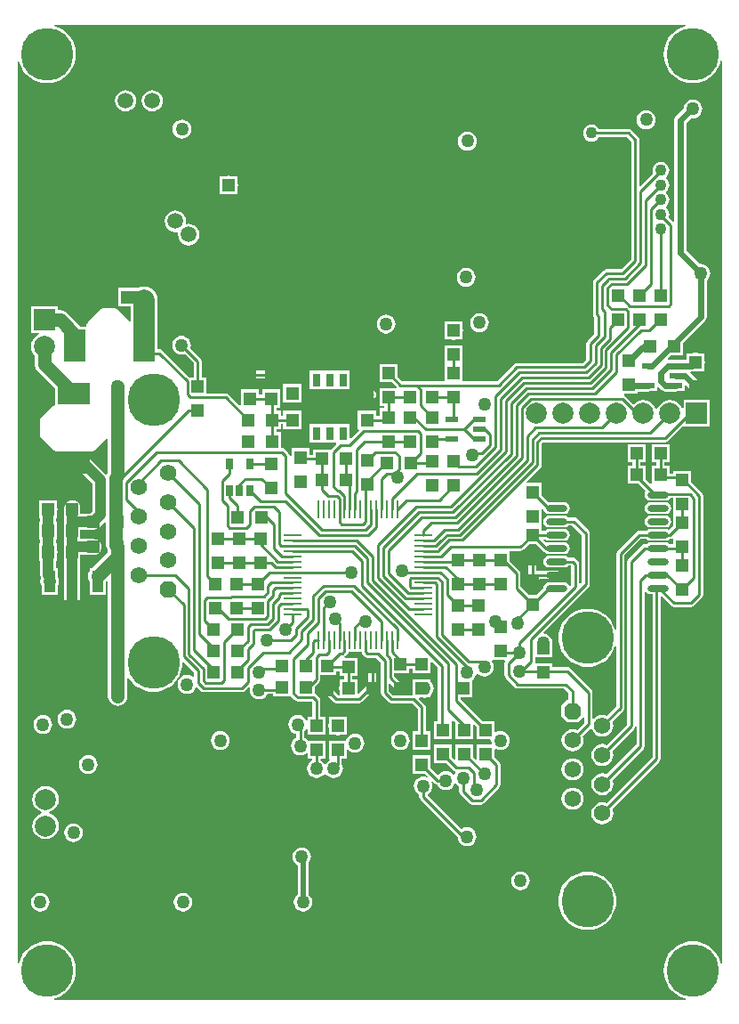
<source format=gbl>
%FSLAX42Y42*%
%MOMM*%
G71*
G01*
G75*
G04 Layer_Physical_Order=4*
G04 Layer_Color=16711680*
%ADD10R,1.22X1.22*%
%ADD11R,1.22X1.22*%
%ADD12R,3.20X4.00*%
%ADD13R,1.27X1.27*%
%ADD14R,1.40X1.40*%
%ADD15O,0.25X1.75*%
%ADD16O,1.75X0.25*%
%ADD17O,1.20X0.35*%
%ADD18R,1.20X0.35*%
%ADD19O,0.35X1.20*%
%ADD20R,0.35X1.20*%
%ADD21R,0.60X1.20*%
%ADD22O,1.30X0.65*%
%ADD23R,1.30X0.65*%
%ADD24O,0.35X1.85*%
%ADD25R,1.27X1.27*%
%ADD26R,1.52X1.52*%
%ADD27C,0.25*%
%ADD28C,0.60*%
%ADD29C,2.00*%
%ADD30C,1.20*%
%ADD31C,0.50*%
%ADD32C,0.40*%
%ADD33C,1.30*%
%ADD34C,0.25*%
%ADD35C,0.35*%
%ADD36C,0.30*%
%ADD37C,0.80*%
%ADD38C,5.00*%
%ADD39C,5.00*%
%ADD40C,1.57*%
%ADD41P,1.70X8X292.5*%
%ADD42R,1.50X1.50*%
%ADD43C,1.50*%
%ADD44C,2.00*%
%ADD45R,2.00X2.00*%
%ADD46R,2.00X2.00*%
%ADD47C,1.52*%
%ADD48C,1.27*%
%ADD49C,1.10*%
%ADD50C,1.70*%
%ADD51R,1.20X0.60*%
%ADD52R,1.75X0.25*%
%ADD53R,0.25X1.75*%
%ADD54O,2.03X0.61*%
%ADD55R,0.69X0.99*%
%ADD56R,1.02X2.03*%
%ADD57R,5.59X8.64*%
%ADD58R,2.03X3.05*%
%ADD59R,3.05X2.03*%
%ADD60R,0.76X1.30*%
%ADD61C,1.00*%
G36*
X9801Y12852D02*
X9783Y12848D01*
X9743Y12831D01*
X9706Y12809D01*
X9673Y12781D01*
X9645Y12748D01*
X9622Y12711D01*
X9606Y12671D01*
X9595Y12629D01*
X9592Y12586D01*
X9595Y12543D01*
X9606Y12500D01*
X9622Y12460D01*
X9645Y12424D01*
X9673Y12391D01*
X9706Y12363D01*
X9743Y12340D01*
X9783Y12323D01*
X9825Y12313D01*
X9868Y12310D01*
X9911Y12313D01*
X9953Y12323D01*
X9993Y12340D01*
X10030Y12363D01*
X10063Y12391D01*
X10091Y12424D01*
X10114Y12460D01*
X10130Y12500D01*
X10135Y12519D01*
X10147Y12517D01*
Y3942D01*
X10135Y3940D01*
X10130Y3959D01*
X10114Y3999D01*
X10091Y4036D01*
X10063Y4069D01*
X10030Y4097D01*
X9993Y4119D01*
X9953Y4136D01*
X9911Y4146D01*
X9868Y4149D01*
X9825Y4146D01*
X9783Y4136D01*
X9743Y4119D01*
X9706Y4097D01*
X9673Y4069D01*
X9645Y4036D01*
X9622Y3999D01*
X9606Y3959D01*
X9595Y3917D01*
X9592Y3874D01*
X9595Y3830D01*
X9606Y3788D01*
X9622Y3748D01*
X9645Y3711D01*
X9673Y3678D01*
X9706Y3650D01*
X9743Y3628D01*
X9783Y3611D01*
X9801Y3607D01*
X9800Y3594D01*
X3789D01*
X3788Y3607D01*
X3806Y3611D01*
X3846Y3628D01*
X3883Y3650D01*
X3916Y3678D01*
X3944Y3711D01*
X3967Y3748D01*
X3983Y3788D01*
X3994Y3830D01*
X3997Y3874D01*
X3994Y3917D01*
X3983Y3959D01*
X3967Y3999D01*
X3944Y4036D01*
X3916Y4069D01*
X3883Y4097D01*
X3846Y4119D01*
X3806Y4136D01*
X3764Y4146D01*
X3721Y4149D01*
X3678Y4146D01*
X3636Y4136D01*
X3596Y4119D01*
X3559Y4097D01*
X3526Y4069D01*
X3498Y4036D01*
X3475Y3999D01*
X3459Y3959D01*
X3454Y3940D01*
X3442Y3942D01*
Y12517D01*
X3454Y12519D01*
X3459Y12500D01*
X3475Y12460D01*
X3498Y12424D01*
X3526Y12391D01*
X3559Y12363D01*
X3596Y12340D01*
X3636Y12323D01*
X3678Y12313D01*
X3721Y12310D01*
X3764Y12313D01*
X3806Y12323D01*
X3846Y12340D01*
X3883Y12363D01*
X3916Y12391D01*
X3944Y12424D01*
X3967Y12460D01*
X3983Y12500D01*
X3994Y12543D01*
X3997Y12586D01*
X3994Y12629D01*
X3983Y12671D01*
X3967Y12711D01*
X3944Y12748D01*
X3916Y12781D01*
X3883Y12809D01*
X3846Y12831D01*
X3806Y12848D01*
X3788Y12852D01*
X3789Y12865D01*
X9800D01*
X9801Y12852D01*
D02*
G37*
%LPC*%
G36*
X7087Y6147D02*
X7063Y6144D01*
X7042Y6135D01*
X7023Y6121D01*
X7009Y6103D01*
X7000Y6081D01*
X6997Y6058D01*
X7000Y6035D01*
X7009Y6013D01*
X7023Y5995D01*
X7042Y5981D01*
X7063Y5972D01*
X7087Y5969D01*
X7110Y5972D01*
X7131Y5981D01*
X7150Y5995D01*
X7164Y6013D01*
X7173Y6035D01*
X7176Y6058D01*
X7173Y6081D01*
X7164Y6103D01*
X7150Y6121D01*
X7131Y6135D01*
X7110Y6144D01*
X7087Y6147D01*
D02*
G37*
G36*
X6490Y6287D02*
X6467Y6284D01*
X6466Y6284D01*
X6404D01*
Y6221D01*
X6403Y6221D01*
X6400Y6198D01*
X6403Y6174D01*
X6404Y6174D01*
Y6112D01*
X6466D01*
X6467Y6111D01*
X6490Y6108D01*
X6513Y6111D01*
X6513Y6112D01*
X6576D01*
Y6174D01*
X6576Y6174D01*
X6579Y6198D01*
X6576Y6221D01*
X6576Y6221D01*
Y6284D01*
X6513D01*
X6513Y6284D01*
X6490Y6287D01*
D02*
G37*
G36*
X4115Y5919D02*
X4092Y5916D01*
X4070Y5907D01*
X4052Y5892D01*
X4037Y5874D01*
X4029Y5852D01*
X4026Y5829D01*
X4029Y5806D01*
X4037Y5785D01*
X4052Y5766D01*
X4070Y5752D01*
X4092Y5743D01*
X4115Y5740D01*
X4138Y5743D01*
X4159Y5752D01*
X4178Y5766D01*
X4192Y5785D01*
X4201Y5806D01*
X4204Y5829D01*
X4201Y5852D01*
X4192Y5874D01*
X4178Y5892D01*
X4159Y5907D01*
X4138Y5916D01*
X4115Y5919D01*
D02*
G37*
G36*
X5372Y6147D02*
X5349Y6144D01*
X5327Y6135D01*
X5309Y6121D01*
X5295Y6103D01*
X5286Y6081D01*
X5283Y6058D01*
X5286Y6035D01*
X5295Y6013D01*
X5309Y5995D01*
X5327Y5981D01*
X5349Y5972D01*
X5372Y5969D01*
X5395Y5972D01*
X5417Y5981D01*
X5435Y5995D01*
X5449Y6013D01*
X5458Y6035D01*
X5461Y6058D01*
X5458Y6081D01*
X5449Y6103D01*
X5435Y6121D01*
X5417Y6135D01*
X5395Y6144D01*
X5372Y6147D01*
D02*
G37*
G36*
X3683Y6300D02*
X3660Y6297D01*
X3638Y6288D01*
X3620Y6273D01*
X3606Y6255D01*
X3597Y6233D01*
X3594Y6210D01*
X3597Y6187D01*
X3606Y6166D01*
X3620Y6147D01*
X3638Y6133D01*
X3660Y6124D01*
X3683Y6121D01*
X3706Y6124D01*
X3728Y6133D01*
X3746Y6147D01*
X3760Y6166D01*
X3769Y6187D01*
X3772Y6210D01*
X3769Y6233D01*
X3760Y6255D01*
X3746Y6273D01*
X3728Y6288D01*
X3706Y6297D01*
X3683Y6300D01*
D02*
G37*
G36*
X8344Y7823D02*
X8329Y7820D01*
X8317Y7812D01*
X8309Y7800D01*
X8306Y7785D01*
Y7582D01*
X8306Y7582D01*
X8306D01*
X8309Y7567D01*
X8317Y7555D01*
X8329Y7547D01*
X8344Y7544D01*
X8359Y7547D01*
X8371Y7555D01*
X8371Y7555D01*
X8371Y7555D01*
X8411Y7594D01*
X8572D01*
X8587Y7597D01*
X8600Y7606D01*
X8608Y7618D01*
X8611Y7633D01*
X8608Y7647D01*
X8600Y7660D01*
X8587Y7668D01*
X8572Y7671D01*
X8395D01*
X8392Y7670D01*
X8382Y7678D01*
Y7785D01*
X8379Y7800D01*
X8371Y7812D01*
X8359Y7820D01*
X8344Y7823D01*
D02*
G37*
G36*
X9609Y8197D02*
X9467D01*
X9445Y8193D01*
X9427Y8181D01*
X9414Y8162D01*
X9410Y8141D01*
X9414Y8119D01*
X9427Y8101D01*
X9445Y8088D01*
X9467Y8084D01*
X9609D01*
X9630Y8088D01*
X9649Y8101D01*
X9661Y8119D01*
X9665Y8141D01*
X9661Y8162D01*
X9649Y8181D01*
X9630Y8193D01*
X9609Y8197D01*
D02*
G37*
G36*
X3912Y6350D02*
X3888Y6347D01*
X3867Y6338D01*
X3848Y6324D01*
X3834Y6306D01*
X3825Y6284D01*
X3822Y6261D01*
X3825Y6238D01*
X3834Y6216D01*
X3848Y6198D01*
X3867Y6184D01*
X3888Y6175D01*
X3912Y6172D01*
X3935Y6175D01*
X3956Y6184D01*
X3975Y6198D01*
X3989Y6216D01*
X3998Y6238D01*
X4001Y6261D01*
X3998Y6284D01*
X3989Y6306D01*
X3975Y6324D01*
X3956Y6338D01*
X3935Y6347D01*
X3912Y6350D01*
D02*
G37*
G36*
X3734Y8344D02*
X3711Y8341D01*
X3710Y8341D01*
X3648D01*
Y8279D01*
X3648Y8278D01*
X3645Y8255D01*
X3648Y8232D01*
X3648Y8231D01*
Y8169D01*
X3658D01*
Y8138D01*
X3648D01*
Y7966D01*
X3658D01*
Y7935D01*
X3648D01*
Y7872D01*
X3648Y7872D01*
X3645Y7849D01*
X3648Y7825D01*
X3648Y7825D01*
Y7763D01*
X3658D01*
Y7633D01*
X3661Y7613D01*
X3665Y7603D01*
X3660Y7592D01*
X3657Y7569D01*
X3660Y7546D01*
X3669Y7525D01*
X3671Y7523D01*
Y7443D01*
X3822D01*
Y7523D01*
X3824Y7525D01*
X3833Y7546D01*
X3836Y7569D01*
X3833Y7592D01*
X3824Y7614D01*
X3822Y7616D01*
Y7696D01*
X3809D01*
Y7763D01*
X3820D01*
Y7825D01*
X3820Y7825D01*
X3823Y7849D01*
X3820Y7872D01*
X3820Y7872D01*
Y7935D01*
X3809D01*
Y7966D01*
X3820D01*
Y8138D01*
X3809D01*
Y8169D01*
X3820D01*
Y8231D01*
X3820Y8232D01*
X3823Y8255D01*
X3820Y8278D01*
X3820Y8279D01*
Y8341D01*
X3758D01*
X3757Y8341D01*
X3734Y8344D01*
D02*
G37*
G36*
X5017Y4610D02*
X4993Y4607D01*
X4972Y4599D01*
X4953Y4584D01*
X4939Y4566D01*
X4930Y4544D01*
X4927Y4521D01*
X4930Y4498D01*
X4939Y4477D01*
X4953Y4458D01*
X4972Y4444D01*
X4993Y4435D01*
X5017Y4432D01*
X5040Y4435D01*
X5061Y4444D01*
X5080Y4458D01*
X5094Y4477D01*
X5103Y4498D01*
X5106Y4521D01*
X5103Y4544D01*
X5094Y4566D01*
X5080Y4584D01*
X5061Y4599D01*
X5040Y4607D01*
X5017Y4610D01*
D02*
G37*
G36*
X6147Y5042D02*
X6124Y5039D01*
X6102Y5030D01*
X6084Y5016D01*
X6069Y4998D01*
X6061Y4976D01*
X6058Y4953D01*
X6061Y4930D01*
X6069Y4908D01*
X6084Y4890D01*
X6102Y4876D01*
X6109Y4873D01*
Y4594D01*
X6096Y4584D01*
X6082Y4566D01*
X6073Y4544D01*
X6070Y4521D01*
X6073Y4498D01*
X6082Y4477D01*
X6096Y4458D01*
X6115Y4444D01*
X6136Y4435D01*
X6160Y4432D01*
X6183Y4435D01*
X6204Y4444D01*
X6223Y4458D01*
X6237Y4477D01*
X6246Y4498D01*
X6249Y4521D01*
X6246Y4544D01*
X6237Y4566D01*
X6223Y4584D01*
X6210Y4594D01*
Y4891D01*
X6224Y4908D01*
X6233Y4930D01*
X6236Y4953D01*
X6233Y4976D01*
X6224Y4998D01*
X6210Y5016D01*
X6191Y5030D01*
X6170Y5039D01*
X6147Y5042D01*
D02*
G37*
G36*
X8867Y4810D02*
X8824Y4806D01*
X8782Y4796D01*
X8742Y4779D01*
X8705Y4757D01*
X8672Y4729D01*
X8644Y4696D01*
X8621Y4659D01*
X8605Y4619D01*
X8594Y4577D01*
X8591Y4534D01*
X8594Y4491D01*
X8605Y4449D01*
X8621Y4409D01*
X8644Y4372D01*
X8672Y4339D01*
X8705Y4311D01*
X8742Y4288D01*
X8782Y4272D01*
X8824Y4262D01*
X8867Y4258D01*
X8910Y4262D01*
X8952Y4272D01*
X8992Y4288D01*
X9029Y4311D01*
X9062Y4339D01*
X9090Y4372D01*
X9112Y4409D01*
X9129Y4449D01*
X9139Y4491D01*
X9142Y4534D01*
X9139Y4577D01*
X9129Y4619D01*
X9112Y4659D01*
X9090Y4696D01*
X9062Y4729D01*
X9029Y4757D01*
X8992Y4779D01*
X8952Y4796D01*
X8910Y4806D01*
X8867Y4810D01*
D02*
G37*
G36*
X3658Y4610D02*
X3634Y4607D01*
X3613Y4599D01*
X3594Y4584D01*
X3580Y4566D01*
X3571Y4544D01*
X3568Y4521D01*
X3571Y4498D01*
X3580Y4477D01*
X3594Y4458D01*
X3613Y4444D01*
X3634Y4435D01*
X3658Y4432D01*
X3681Y4435D01*
X3702Y4444D01*
X3721Y4458D01*
X3735Y4477D01*
X3744Y4498D01*
X3747Y4521D01*
X3744Y4544D01*
X3735Y4566D01*
X3721Y4584D01*
X3702Y4599D01*
X3681Y4607D01*
X3658Y4610D01*
D02*
G37*
G36*
X8230Y4814D02*
X8206Y4811D01*
X8185Y4802D01*
X8166Y4788D01*
X8152Y4769D01*
X8143Y4748D01*
X8140Y4724D01*
X8143Y4701D01*
X8152Y4680D01*
X8166Y4661D01*
X8185Y4647D01*
X8206Y4638D01*
X8230Y4635D01*
X8253Y4638D01*
X8274Y4647D01*
X8293Y4661D01*
X8307Y4680D01*
X8316Y4701D01*
X8319Y4724D01*
X8316Y4748D01*
X8307Y4769D01*
X8293Y4788D01*
X8274Y4802D01*
X8253Y4811D01*
X8230Y4814D01*
D02*
G37*
G36*
X8725Y5610D02*
X8698Y5607D01*
X8673Y5596D01*
X8651Y5579D01*
X8634Y5558D01*
X8624Y5533D01*
X8620Y5505D01*
X8624Y5478D01*
X8634Y5453D01*
X8651Y5431D01*
X8673Y5415D01*
X8698Y5404D01*
X8725Y5401D01*
X8752Y5404D01*
X8777Y5415D01*
X8799Y5431D01*
X8816Y5453D01*
X8826Y5478D01*
X8830Y5505D01*
X8826Y5533D01*
X8816Y5558D01*
X8799Y5579D01*
X8777Y5596D01*
X8752Y5607D01*
X8725Y5610D01*
D02*
G37*
G36*
Y5887D02*
X8698Y5884D01*
X8673Y5873D01*
X8651Y5857D01*
X8634Y5835D01*
X8624Y5810D01*
X8620Y5783D01*
X8624Y5756D01*
X8634Y5730D01*
X8651Y5709D01*
X8673Y5692D01*
X8698Y5682D01*
X8725Y5678D01*
X8752Y5682D01*
X8777Y5692D01*
X8799Y5709D01*
X8816Y5730D01*
X8826Y5756D01*
X8830Y5783D01*
X8826Y5810D01*
X8816Y5835D01*
X8799Y5857D01*
X8777Y5873D01*
X8752Y5884D01*
X8725Y5887D01*
D02*
G37*
G36*
X3975Y5271D02*
X3952Y5268D01*
X3930Y5259D01*
X3912Y5245D01*
X3898Y5226D01*
X3889Y5205D01*
X3886Y5182D01*
X3889Y5158D01*
X3898Y5137D01*
X3912Y5118D01*
X3930Y5104D01*
X3952Y5095D01*
X3975Y5092D01*
X3998Y5095D01*
X4020Y5104D01*
X4038Y5118D01*
X4052Y5137D01*
X4061Y5158D01*
X4064Y5182D01*
X4061Y5205D01*
X4052Y5226D01*
X4038Y5245D01*
X4020Y5259D01*
X3998Y5268D01*
X3975Y5271D01*
D02*
G37*
G36*
X3708Y5625D02*
X3676Y5621D01*
X3645Y5608D01*
X3619Y5588D01*
X3599Y5562D01*
X3587Y5532D01*
X3582Y5499D01*
X3587Y5466D01*
X3599Y5436D01*
X3619Y5410D01*
X3645Y5390D01*
X3673Y5378D01*
Y5377D01*
X3673D01*
Y5367D01*
Y5367D01*
D01*
D01*
X3673D01*
D01*
Y5366D01*
X3645Y5354D01*
X3619Y5334D01*
X3599Y5308D01*
X3587Y5278D01*
X3582Y5245D01*
X3587Y5212D01*
X3599Y5182D01*
X3619Y5156D01*
X3645Y5136D01*
X3676Y5123D01*
X3708Y5119D01*
X3741Y5123D01*
X3771Y5136D01*
X3798Y5156D01*
X3818Y5182D01*
X3830Y5212D01*
X3834Y5245D01*
X3830Y5278D01*
X3818Y5308D01*
X3798Y5334D01*
X3771Y5354D01*
X3744Y5366D01*
Y5367D01*
X3744D01*
Y5377D01*
Y5377D01*
D01*
D01*
X3744D01*
D01*
Y5378D01*
X3771Y5390D01*
X3798Y5410D01*
X3818Y5436D01*
X3830Y5466D01*
X3834Y5499D01*
X3830Y5532D01*
X3818Y5562D01*
X3798Y5588D01*
X3771Y5608D01*
X3741Y5621D01*
X3708Y5625D01*
D02*
G37*
G36*
X5451Y11428D02*
X5428Y11425D01*
X5427Y11424D01*
X5365D01*
Y11362D01*
X5365Y11361D01*
X5362Y11338D01*
X5365Y11315D01*
X5365Y11315D01*
Y11252D01*
X5427D01*
X5428Y11252D01*
X5451Y11249D01*
X5474Y11252D01*
X5475Y11252D01*
X5537D01*
Y11315D01*
X5537Y11315D01*
X5540Y11338D01*
X5537Y11361D01*
X5537Y11362D01*
Y11424D01*
X5475D01*
X5474Y11425D01*
X5451Y11428D01*
D02*
G37*
G36*
X7724Y11847D02*
X7701Y11844D01*
X7680Y11835D01*
X7661Y11821D01*
X7647Y11802D01*
X7638Y11781D01*
X7635Y11757D01*
X7638Y11734D01*
X7647Y11713D01*
X7661Y11694D01*
X7680Y11680D01*
X7701Y11671D01*
X7724Y11668D01*
X7748Y11671D01*
X7769Y11680D01*
X7788Y11694D01*
X7802Y11713D01*
X7811Y11734D01*
X7814Y11757D01*
X7811Y11781D01*
X7802Y11802D01*
X7788Y11821D01*
X7769Y11835D01*
X7748Y11844D01*
X7724Y11847D01*
D02*
G37*
G36*
X7712Y10551D02*
X7689Y10548D01*
X7667Y10539D01*
X7649Y10525D01*
X7634Y10507D01*
X7625Y10485D01*
X7622Y10462D01*
X7625Y10439D01*
X7634Y10417D01*
X7649Y10399D01*
X7667Y10385D01*
X7689Y10376D01*
X7712Y10373D01*
X7735Y10376D01*
X7756Y10385D01*
X7775Y10399D01*
X7789Y10417D01*
X7798Y10439D01*
X7801Y10462D01*
X7798Y10485D01*
X7789Y10507D01*
X7775Y10525D01*
X7756Y10539D01*
X7735Y10548D01*
X7712Y10551D01*
D02*
G37*
G36*
X4943Y11097D02*
X4917Y11094D01*
X4892Y11084D01*
X4871Y11068D01*
X4855Y11046D01*
X4845Y11022D01*
X4841Y10995D01*
X4845Y10969D01*
X4855Y10944D01*
X4871Y10923D01*
X4892Y10907D01*
X4917Y10897D01*
X4943Y10893D01*
X4961Y10896D01*
X4970Y10887D01*
X4968Y10868D01*
X4972Y10842D01*
X4982Y10817D01*
X4998Y10796D01*
X5019Y10780D01*
X5044Y10770D01*
X5070Y10766D01*
X5097Y10770D01*
X5121Y10780D01*
X5142Y10796D01*
X5158Y10817D01*
X5169Y10842D01*
X5172Y10868D01*
X5169Y10895D01*
X5158Y10919D01*
X5142Y10941D01*
X5121Y10957D01*
X5097Y10967D01*
X5070Y10970D01*
X5052Y10968D01*
X5043Y10977D01*
X5045Y10995D01*
X5042Y11022D01*
X5031Y11046D01*
X5015Y11068D01*
X4994Y11084D01*
X4970Y11094D01*
X4943Y11097D01*
D02*
G37*
G36*
X5007Y11961D02*
X4983Y11958D01*
X4962Y11949D01*
X4943Y11935D01*
X4929Y11916D01*
X4920Y11895D01*
X4917Y11872D01*
X4920Y11849D01*
X4929Y11827D01*
X4943Y11809D01*
X4962Y11794D01*
X4983Y11785D01*
X5007Y11782D01*
X5030Y11785D01*
X5051Y11794D01*
X5070Y11809D01*
X5084Y11827D01*
X5093Y11849D01*
X5096Y11872D01*
X5093Y11895D01*
X5084Y11916D01*
X5070Y11935D01*
X5051Y11949D01*
X5030Y11958D01*
X5007Y11961D01*
D02*
G37*
G36*
X4470Y12242D02*
X4444Y12239D01*
X4420Y12229D01*
X4399Y12213D01*
X4383Y12192D01*
X4373Y12167D01*
X4370Y12141D01*
X4373Y12115D01*
X4383Y12091D01*
X4399Y12070D01*
X4420Y12054D01*
X4444Y12044D01*
X4470Y12040D01*
X4497Y12044D01*
X4521Y12054D01*
X4542Y12070D01*
X4558Y12091D01*
X4568Y12115D01*
X4571Y12141D01*
X4568Y12167D01*
X4558Y12192D01*
X4542Y12213D01*
X4521Y12229D01*
X4497Y12239D01*
X4470Y12242D01*
D02*
G37*
G36*
X4724D02*
X4698Y12239D01*
X4674Y12229D01*
X4653Y12213D01*
X4637Y12192D01*
X4627Y12167D01*
X4624Y12141D01*
X4627Y12115D01*
X4637Y12091D01*
X4653Y12070D01*
X4674Y12054D01*
X4698Y12044D01*
X4724Y12040D01*
X4751Y12044D01*
X4775Y12054D01*
X4796Y12070D01*
X4812Y12091D01*
X4822Y12115D01*
X4825Y12141D01*
X4822Y12167D01*
X4812Y12192D01*
X4796Y12213D01*
X4775Y12229D01*
X4751Y12239D01*
X4724Y12242D01*
D02*
G37*
G36*
X9426Y12050D02*
X9403Y12047D01*
X9382Y12038D01*
X9363Y12024D01*
X9349Y12005D01*
X9340Y11984D01*
X9337Y11961D01*
X9340Y11937D01*
X9349Y11916D01*
X9363Y11897D01*
X9382Y11883D01*
X9403Y11874D01*
X9426Y11871D01*
X9449Y11874D01*
X9471Y11883D01*
X9489Y11897D01*
X9504Y11916D01*
X9512Y11937D01*
X9515Y11961D01*
X9512Y11984D01*
X9504Y12005D01*
X9489Y12024D01*
X9471Y12038D01*
X9449Y12047D01*
X9426Y12050D01*
D02*
G37*
G36*
X9871Y12151D02*
X9848Y12148D01*
X9826Y12140D01*
X9808Y12125D01*
X9793Y12107D01*
X9784Y12085D01*
X9782Y12065D01*
X9713Y11996D01*
X9700Y11978D01*
X9696Y11956D01*
Y10990D01*
X9684Y10986D01*
X9640Y11030D01*
X9644Y11038D01*
X9647Y11059D01*
X9644Y11080D01*
X9636Y11099D01*
X9623Y11116D01*
X9615Y11122D01*
Y11135D01*
X9623Y11142D01*
X9636Y11158D01*
X9644Y11178D01*
X9647Y11199D01*
X9644Y11219D01*
X9636Y11239D01*
X9623Y11256D01*
X9615Y11262D01*
Y11275D01*
X9623Y11281D01*
X9636Y11298D01*
X9644Y11317D01*
X9647Y11338D01*
X9644Y11359D01*
X9636Y11379D01*
X9623Y11395D01*
X9615Y11402D01*
Y11414D01*
X9623Y11421D01*
X9636Y11438D01*
X9644Y11457D01*
X9647Y11478D01*
X9644Y11499D01*
X9636Y11518D01*
X9623Y11535D01*
X9606Y11548D01*
X9587Y11556D01*
X9566Y11559D01*
X9545Y11556D01*
X9526Y11548D01*
X9509Y11535D01*
X9496Y11518D01*
X9488Y11499D01*
X9485Y11478D01*
X9488Y11457D01*
X9491Y11449D01*
X9373Y11331D01*
X9362Y11336D01*
Y11771D01*
X9359Y11786D01*
X9350Y11798D01*
X9288Y11861D01*
X9276Y11869D01*
X9261Y11872D01*
X8976D01*
X8975Y11874D01*
X8963Y11891D01*
X8946Y11903D01*
X8926Y11912D01*
X8906Y11914D01*
X8885Y11912D01*
X8865Y11903D01*
X8848Y11891D01*
X8836Y11874D01*
X8828Y11854D01*
X8825Y11834D01*
X8828Y11813D01*
X8836Y11793D01*
X8848Y11777D01*
X8865Y11764D01*
X8885Y11756D01*
X8906Y11753D01*
X8926Y11756D01*
X8946Y11764D01*
X8963Y11777D01*
X8975Y11793D01*
X8976Y11795D01*
X9245D01*
X9285Y11755D01*
Y10636D01*
X9189Y10540D01*
X9047D01*
X9032Y10537D01*
X9020Y10529D01*
X8931Y10440D01*
X8923Y10428D01*
X8920Y10413D01*
Y10109D01*
X8920Y10109D01*
X8920D01*
X8923Y10094D01*
X8931Y10082D01*
X8934Y10079D01*
Y9927D01*
X8867Y9860D01*
X8859Y9848D01*
X8856Y9833D01*
Y9682D01*
X8818Y9645D01*
X8197D01*
X8183Y9642D01*
X8170Y9634D01*
X8011Y9474D01*
X7681D01*
Y9636D01*
D01*
Y9636D01*
X7681Y9636D01*
Y9642D01*
X7681D01*
Y9814D01*
X7509D01*
Y9642D01*
X7509Y9642D01*
X7509Y9636D01*
X7509D01*
Y9474D01*
X7102D01*
X7058Y9519D01*
Y9636D01*
X6886D01*
Y9464D01*
X7004D01*
X7049Y9419D01*
X7044Y9408D01*
X6886D01*
Y9236D01*
X6934D01*
Y9217D01*
X6886D01*
Y9144D01*
X6858D01*
Y9194D01*
X6681D01*
Y9017D01*
X6686D01*
X6691Y9006D01*
X6615Y8930D01*
X6604Y8935D01*
Y9069D01*
X6486D01*
X6486Y9069D01*
Y9069D01*
X6477Y9069D01*
X6477D01*
X6477D01*
X6468Y9069D01*
X6468Y9069D01*
Y9069D01*
X6359D01*
X6359Y9069D01*
Y9069D01*
X6350Y9069D01*
X6350D01*
X6350D01*
X6341Y9069D01*
X6341Y9069D01*
Y9069D01*
X6223D01*
Y8889D01*
X6341D01*
X6341Y8889D01*
Y8889D01*
X6350Y8889D01*
X6350D01*
X6350D01*
X6359Y8889D01*
X6359Y8889D01*
Y8889D01*
X6468D01*
X6468Y8889D01*
Y8889D01*
X6472Y8889D01*
X6477Y8877D01*
X6425Y8825D01*
X6423Y8824D01*
X6423Y8824D01*
Y8824D01*
X6423Y8824D01*
X6251D01*
Y8776D01*
X6220D01*
Y8836D01*
X6158D01*
X6157Y8837D01*
X6134Y8840D01*
X6111Y8837D01*
X6110Y8836D01*
X6048D01*
Y8774D01*
X6048Y8773D01*
X6045Y8754D01*
Y8754D01*
X6042Y8754D01*
D01*
X6033Y8755D01*
Y8755D01*
X6033Y8755D01*
X6033Y8755D01*
Y8763D01*
X6030Y8778D01*
X6021Y8790D01*
X5983Y8828D01*
X5971Y8836D01*
X5956Y8839D01*
X5953D01*
Y8989D01*
X5906D01*
Y9020D01*
X5953D01*
Y9068D01*
X5969D01*
Y9017D01*
X6146D01*
Y9194D01*
X5969D01*
Y9144D01*
X5953D01*
Y9192D01*
X5906D01*
Y9223D01*
X5941D01*
Y9395D01*
X5769D01*
Y9347D01*
X5737D01*
Y9395D01*
X5566D01*
Y9250D01*
X5554Y9245D01*
X5450Y9349D01*
X5438Y9357D01*
X5423Y9360D01*
X5242D01*
Y9509D01*
X5194D01*
Y9665D01*
X5192Y9679D01*
X5183Y9692D01*
X5087Y9788D01*
X5090Y9794D01*
X5093Y9817D01*
X5090Y9840D01*
X5081Y9862D01*
X5067Y9880D01*
X5048Y9894D01*
X5027Y9903D01*
X5004Y9906D01*
X4981Y9903D01*
X4959Y9894D01*
X4941Y9880D01*
X4926Y9862D01*
X4918Y9840D01*
X4915Y9817D01*
X4918Y9794D01*
X4926Y9772D01*
X4941Y9754D01*
X4959Y9740D01*
X4981Y9731D01*
X5004Y9728D01*
X5027Y9731D01*
X5033Y9734D01*
X5118Y9649D01*
Y9509D01*
X5074D01*
X4815Y9768D01*
X4803Y9776D01*
X4788Y9779D01*
X4775D01*
Y9994D01*
X4774D01*
Y10084D01*
Y10249D01*
X4770Y10282D01*
X4757Y10312D01*
X4737Y10338D01*
X4711Y10358D01*
X4681Y10371D01*
X4648Y10375D01*
X4616Y10371D01*
X4590Y10360D01*
X4569D01*
Y10360D01*
X4397D01*
Y10188D01*
X4522D01*
Y10084D01*
Y10047D01*
X4510Y10042D01*
X4400Y10153D01*
X4385Y10162D01*
X4369Y10166D01*
X4254D01*
X4238Y10162D01*
X4224Y10153D01*
X4109Y10038D01*
X4100Y10024D01*
X4097Y10008D01*
Y9994D01*
X4040D01*
X3912Y10123D01*
X3893Y10137D01*
X3884Y10141D01*
X3872Y10146D01*
X3848Y10149D01*
X3821D01*
Y10183D01*
X3571D01*
Y9933D01*
X3648D01*
X3650Y9921D01*
X3633Y9914D01*
X3607Y9894D01*
X3587Y9867D01*
X3574Y9837D01*
X3570Y9804D01*
X3574Y9772D01*
X3587Y9741D01*
X3605Y9717D01*
Y9639D01*
X3605Y9639D01*
X3605D01*
X3608Y9616D01*
X3613Y9603D01*
X3617Y9594D01*
X3632Y9575D01*
X3632Y9575D01*
X3632Y9575D01*
Y9575D01*
X3632Y9575D01*
X3798Y9409D01*
Y9249D01*
X3793Y9248D01*
X3779Y9238D01*
X3665Y9124D01*
X3655Y9110D01*
X3652Y9093D01*
Y8966D01*
X3655Y8950D01*
X3665Y8935D01*
X3779Y8821D01*
X3779D01*
X3779Y8821D01*
X3779Y8821D01*
Y8821D01*
X3793Y8812D01*
X3810Y8808D01*
X4153D01*
X4170Y8812D01*
X4184Y8821D01*
X4292Y8929D01*
X4303Y8924D01*
Y8865D01*
Y8611D01*
Y8610D01*
X4296Y8601D01*
X4293Y8593D01*
X4280Y8590D01*
X4156Y8715D01*
X4140Y8727D01*
X4122Y8734D01*
X4102Y8737D01*
X4083Y8734D01*
X4064Y8727D01*
X4049Y8715D01*
X4037Y8699D01*
X4029Y8681D01*
X4026Y8661D01*
X4029Y8642D01*
X4037Y8624D01*
X4049Y8608D01*
X4153Y8503D01*
Y8236D01*
X4134Y8216D01*
X4038D01*
Y8268D01*
X4035Y8287D01*
X4028Y8306D01*
X4016Y8321D01*
X4000Y8333D01*
X3982Y8341D01*
X3962Y8343D01*
X3943Y8341D01*
X3925Y8333D01*
X3909Y8321D01*
X3897Y8306D01*
X3889Y8287D01*
X3887Y8268D01*
Y8141D01*
Y7899D01*
Y7023D01*
X3889Y7004D01*
X3897Y6985D01*
X3909Y6970D01*
X3925Y6958D01*
X3943Y6950D01*
X3962Y6947D01*
X3982Y6950D01*
X4000Y6958D01*
X4016Y6970D01*
X4028Y6985D01*
X4035Y7004D01*
X4038Y7023D01*
Y7824D01*
X4166D01*
X4185Y7826D01*
X4203Y7834D01*
X4219Y7846D01*
X4231Y7862D01*
X4239Y7880D01*
X4241Y7899D01*
X4239Y7919D01*
X4231Y7937D01*
X4219Y7953D01*
X4203Y7965D01*
X4185Y7972D01*
X4166Y7975D01*
X4038D01*
Y8065D01*
X4166D01*
X4185Y8068D01*
X4203Y8075D01*
X4219Y8087D01*
X4272Y8140D01*
X4284Y8135D01*
Y7919D01*
X4287Y7896D01*
X4296Y7874D01*
X4299Y7870D01*
X4303Y7864D01*
Y7848D01*
X4151Y7696D01*
X4128D01*
Y7669D01*
X4125Y7665D01*
X4116Y7643D01*
X4113Y7620D01*
X4116Y7597D01*
X4125Y7575D01*
X4128Y7571D01*
Y7443D01*
X4279D01*
Y7567D01*
X4292Y7580D01*
X4303Y7575D01*
Y6477D01*
X4307Y6454D01*
X4316Y6432D01*
X4330Y6413D01*
X4349Y6398D01*
X4371Y6389D01*
X4394Y6386D01*
X4418Y6389D01*
X4440Y6398D01*
X4458Y6413D01*
X4473Y6432D01*
X4482Y6454D01*
X4485Y6477D01*
Y6655D01*
X4497Y6659D01*
X4512Y6635D01*
X4540Y6602D01*
X4573Y6574D01*
X4610Y6551D01*
X4650Y6534D01*
X4692Y6524D01*
X4735Y6521D01*
X4778Y6524D01*
X4820Y6534D01*
X4860Y6551D01*
X4897Y6574D01*
X4930Y6602D01*
X4958Y6635D01*
X4981Y6671D01*
X4997Y6711D01*
X5007Y6754D01*
X5011Y6797D01*
X5010Y6799D01*
X5022Y6804D01*
X5122Y6704D01*
Y6666D01*
X5111Y6660D01*
X5099Y6669D01*
X5078Y6678D01*
X5055Y6681D01*
X5031Y6678D01*
X5010Y6669D01*
X4991Y6654D01*
X4977Y6636D01*
X4968Y6614D01*
X4965Y6591D01*
X4968Y6568D01*
X4977Y6547D01*
X4991Y6528D01*
X5010Y6514D01*
X5031Y6505D01*
X5055Y6502D01*
X5078Y6505D01*
X5099Y6514D01*
X5118Y6528D01*
X5132Y6547D01*
X5138Y6561D01*
X5150Y6564D01*
X5184Y6530D01*
X5184D01*
X5184Y6530D01*
X5184Y6530D01*
Y6530D01*
X5197Y6522D01*
X5211Y6519D01*
X5579D01*
X5594Y6522D01*
X5606Y6530D01*
X5642Y6566D01*
X5654Y6561D01*
X5651Y6540D01*
X5654Y6517D01*
X5663Y6496D01*
X5677Y6477D01*
X5696Y6463D01*
X5717Y6454D01*
X5740Y6451D01*
X5764Y6454D01*
X5785Y6463D01*
X5804Y6477D01*
X5818Y6496D01*
X5820Y6502D01*
X5870D01*
Y6480D01*
X6042D01*
X6042Y6480D01*
Y6480D01*
X6042Y6480D01*
X6044Y6478D01*
X6081Y6440D01*
X6081D01*
X6081Y6440D01*
X6081D01*
X6081Y6440D01*
Y6440D01*
X6081Y6440D01*
Y6440D01*
X6094Y6432D01*
X6108Y6429D01*
X6242D01*
X6248Y6423D01*
Y6284D01*
X6201D01*
Y6252D01*
X6188Y6250D01*
X6186Y6255D01*
X6172Y6273D01*
X6153Y6288D01*
X6132Y6297D01*
X6109Y6300D01*
X6086Y6297D01*
X6064Y6288D01*
X6046Y6273D01*
X6031Y6255D01*
X6022Y6233D01*
X6019Y6210D01*
X6022Y6187D01*
X6031Y6166D01*
X6046Y6147D01*
X6064Y6133D01*
X6086Y6124D01*
X6096Y6123D01*
Y6087D01*
X6089Y6084D01*
X6071Y6070D01*
X6057Y6052D01*
X6048Y6030D01*
X6045Y6007D01*
X6048Y5984D01*
X6057Y5962D01*
X6071Y5944D01*
X6089Y5930D01*
X6111Y5921D01*
X6134Y5918D01*
X6157Y5921D01*
X6179Y5930D01*
X6189Y5938D01*
X6201Y5932D01*
Y5883D01*
X6244D01*
X6247Y5871D01*
X6242Y5869D01*
X6223Y5854D01*
X6209Y5836D01*
X6200Y5814D01*
X6197Y5791D01*
X6200Y5768D01*
X6209Y5747D01*
X6223Y5728D01*
X6242Y5714D01*
X6263Y5705D01*
X6287Y5702D01*
X6310Y5705D01*
X6331Y5714D01*
X6350Y5728D01*
X6363Y5745D01*
X6375D01*
X6388Y5728D01*
X6407Y5714D01*
X6428Y5705D01*
X6452Y5702D01*
X6475Y5705D01*
X6496Y5714D01*
X6515Y5728D01*
X6529Y5747D01*
X6538Y5768D01*
X6541Y5791D01*
X6538Y5814D01*
X6529Y5836D01*
X6528Y5837D01*
Y5883D01*
X6576D01*
Y5971D01*
X6588Y5975D01*
X6592Y5969D01*
X6610Y5955D01*
X6632Y5946D01*
X6655Y5943D01*
X6678Y5946D01*
X6699Y5955D01*
X6718Y5969D01*
X6732Y5988D01*
X6741Y6009D01*
X6744Y6033D01*
X6741Y6056D01*
X6732Y6077D01*
X6718Y6096D01*
X6699Y6110D01*
X6678Y6119D01*
X6655Y6122D01*
X6632Y6119D01*
X6610Y6110D01*
X6592Y6096D01*
X6577Y6077D01*
X6569Y6056D01*
X6568Y6055D01*
X6404D01*
Y5883D01*
X6410D01*
X6412Y5871D01*
X6407Y5869D01*
X6388Y5854D01*
X6375Y5837D01*
X6363D01*
X6350Y5854D01*
X6331Y5869D01*
X6326Y5871D01*
X6329Y5883D01*
X6372D01*
Y6055D01*
X6209D01*
X6197Y6070D01*
X6179Y6084D01*
X6172Y6087D01*
Y6148D01*
X6186Y6166D01*
X6188Y6171D01*
X6201Y6168D01*
Y6112D01*
X6372D01*
Y6284D01*
X6325D01*
Y6439D01*
X6322Y6454D01*
X6314Y6466D01*
X6285Y6494D01*
X6273Y6503D01*
X6271Y6503D01*
Y6572D01*
X6314Y6615D01*
X6322Y6627D01*
X6325Y6642D01*
Y6683D01*
X6474D01*
Y6718D01*
X6505D01*
Y6670D01*
X6553D01*
Y6639D01*
X6505D01*
Y6577D01*
X6505Y6576D01*
X6502Y6553D01*
X6505Y6530D01*
X6505Y6529D01*
Y6490D01*
X6492D01*
X6415Y6568D01*
X6403Y6576D01*
X6388Y6579D01*
X6373Y6576D01*
X6361Y6568D01*
X6353Y6555D01*
X6350Y6540D01*
X6353Y6526D01*
X6361Y6513D01*
X6449Y6425D01*
X6462Y6417D01*
X6476Y6414D01*
X6692D01*
X6707Y6417D01*
X6719Y6425D01*
X6719Y6425D01*
X6719Y6425D01*
X6809Y6515D01*
X6820D01*
X6835Y6518D01*
X6847Y6526D01*
X6855Y6539D01*
X6858Y6553D01*
Y6756D01*
X6855Y6771D01*
X6847Y6783D01*
X6835Y6792D01*
X6820Y6795D01*
X6805Y6792D01*
X6793Y6783D01*
X6785Y6771D01*
X6782Y6756D01*
Y6589D01*
X6779Y6589D01*
X6766Y6580D01*
X6689Y6503D01*
X6677Y6508D01*
Y6529D01*
X6678Y6530D01*
X6681Y6553D01*
X6678Y6576D01*
X6677Y6577D01*
Y6639D01*
X6630D01*
Y6670D01*
X6677D01*
Y6842D01*
X6556D01*
X6553Y6855D01*
X6560Y6860D01*
X6582Y6882D01*
X6591Y6894D01*
X6592Y6899D01*
X6715D01*
X6717Y6897D01*
X6717Y6897D01*
D01*
X6720Y6883D01*
X6728Y6870D01*
X6742Y6856D01*
X6754Y6848D01*
X6769Y6845D01*
X6855D01*
X6900Y6800D01*
Y6511D01*
X6900Y6511D01*
X6900D01*
X6903Y6497D01*
X6911Y6484D01*
X6971Y6425D01*
X6983Y6416D01*
X6998Y6413D01*
X7198D01*
X7252Y6360D01*
Y6144D01*
X7204D01*
Y5972D01*
X7376D01*
Y6144D01*
X7328D01*
Y6375D01*
X7325Y6390D01*
X7317Y6402D01*
X7264Y6456D01*
X7269Y6467D01*
X7291D01*
X7292Y6467D01*
X7315Y6464D01*
X7338Y6467D01*
X7339Y6467D01*
X7376D01*
Y6488D01*
X7378Y6490D01*
X7393Y6509D01*
X7401Y6530D01*
X7404Y6553D01*
X7401Y6576D01*
X7393Y6598D01*
X7378Y6616D01*
X7376Y6618D01*
Y6639D01*
X7339D01*
X7338Y6639D01*
X7315Y6642D01*
X7292Y6639D01*
X7291Y6639D01*
X7204D01*
Y6490D01*
X7014D01*
X6976Y6527D01*
Y6593D01*
X6988Y6598D01*
X7060Y6526D01*
X7072Y6518D01*
X7087Y6515D01*
X7101Y6518D01*
X7114Y6526D01*
X7122Y6539D01*
X7125Y6553D01*
X7122Y6568D01*
X7114Y6580D01*
X7026Y6667D01*
Y6696D01*
X7173D01*
Y6744D01*
X7204D01*
Y6696D01*
X7376D01*
Y6803D01*
X7387Y6808D01*
X7442Y6753D01*
Y6245D01*
X7407D01*
Y6074D01*
X7579D01*
Y6244D01*
X7579Y6244D01*
Y6244D01*
X7591Y6249D01*
X7610Y6229D01*
Y6074D01*
X7782D01*
Y6206D01*
X7794Y6211D01*
X7813Y6191D01*
Y6074D01*
X7942D01*
X7951Y6064D01*
X7950Y6058D01*
X7953Y6035D01*
X7956Y6027D01*
X7949Y6017D01*
X7813D01*
Y5884D01*
X7802Y5879D01*
X7782Y5899D01*
Y6017D01*
X7610D01*
Y5884D01*
X7599Y5879D01*
X7579Y5899D01*
Y6017D01*
X7407D01*
Y5845D01*
X7525D01*
X7593Y5777D01*
X7605Y5769D01*
X7609Y5768D01*
X7613Y5756D01*
X7606Y5747D01*
X7601Y5733D01*
X7588Y5732D01*
X7582Y5740D01*
X7563Y5754D01*
X7542Y5763D01*
X7518Y5766D01*
X7495Y5763D01*
X7474Y5754D01*
X7455Y5740D01*
X7452Y5735D01*
X7439Y5734D01*
X7376Y5797D01*
Y5915D01*
X7204D01*
Y5743D01*
X7322D01*
X7349Y5716D01*
X7342Y5706D01*
X7326Y5712D01*
X7303Y5715D01*
X7279Y5712D01*
X7258Y5703D01*
X7239Y5689D01*
X7225Y5671D01*
X7216Y5649D01*
X7213Y5626D01*
X7216Y5603D01*
X7225Y5581D01*
X7239Y5563D01*
X7258Y5549D01*
X7264Y5546D01*
Y5524D01*
X7267Y5510D01*
X7275Y5497D01*
X7633Y5140D01*
X7635Y5120D01*
X7644Y5099D01*
X7658Y5080D01*
X7677Y5066D01*
X7698Y5057D01*
X7722Y5054D01*
X7745Y5057D01*
X7766Y5066D01*
X7785Y5080D01*
X7799Y5099D01*
X7808Y5120D01*
X7811Y5144D01*
X7808Y5167D01*
X7799Y5188D01*
X7785Y5207D01*
X7766Y5221D01*
X7745Y5230D01*
X7722Y5233D01*
X7698Y5230D01*
X7677Y5221D01*
X7668Y5214D01*
X7358Y5523D01*
X7347Y5549D01*
X7366Y5563D01*
X7380Y5581D01*
X7389Y5603D01*
X7392Y5626D01*
X7389Y5649D01*
X7382Y5665D01*
X7393Y5672D01*
X7415Y5650D01*
X7428Y5642D01*
X7438Y5639D01*
X7441Y5632D01*
X7455Y5614D01*
X7474Y5600D01*
X7495Y5591D01*
X7518Y5588D01*
X7542Y5591D01*
X7563Y5600D01*
X7582Y5614D01*
X7596Y5632D01*
X7601Y5646D01*
X7614Y5648D01*
X7620Y5639D01*
X7639Y5625D01*
X7645Y5622D01*
Y5572D01*
X7645Y5572D01*
X7645D01*
X7648Y5558D01*
X7656Y5545D01*
X7742Y5460D01*
X7754Y5452D01*
X7769Y5449D01*
X7852D01*
X7867Y5452D01*
X7879Y5460D01*
X8028Y5609D01*
X8036Y5621D01*
X8039Y5636D01*
X8039Y5636D01*
X8039Y5636D01*
Y5636D01*
Y5829D01*
X8036Y5844D01*
X8028Y5856D01*
X7985Y5899D01*
Y5973D01*
X7996Y5980D01*
X8016Y5972D01*
X8039Y5969D01*
X8062Y5972D01*
X8084Y5981D01*
X8102Y5995D01*
X8116Y6013D01*
X8125Y6035D01*
X8128Y6058D01*
X8125Y6081D01*
X8116Y6103D01*
X8102Y6121D01*
X8084Y6135D01*
X8062Y6144D01*
X8039Y6147D01*
X8016Y6144D01*
X7996Y6136D01*
X7985Y6143D01*
Y6245D01*
X7868D01*
X7658Y6455D01*
Y6467D01*
X7769D01*
Y6631D01*
X7785Y6642D01*
X7799Y6661D01*
X7808Y6682D01*
X7809Y6693D01*
X7821Y6696D01*
X7824Y6693D01*
X7842Y6679D01*
X7864Y6670D01*
X7887Y6667D01*
X7910Y6670D01*
X7931Y6679D01*
X7950Y6693D01*
X7964Y6712D01*
X7973Y6733D01*
X7976Y6756D01*
X7973Y6780D01*
X7964Y6801D01*
X7956Y6811D01*
X7961Y6822D01*
D01*
X7962Y6823D01*
X8076D01*
X8082Y6812D01*
X8080Y6809D01*
X8077Y6794D01*
Y6677D01*
X8077Y6677D01*
X8077D01*
X8080Y6662D01*
X8088Y6650D01*
X8174Y6564D01*
X8174D01*
X8174Y6564D01*
X8174D01*
X8174Y6564D01*
Y6564D01*
X8174Y6564D01*
Y6564D01*
X8186Y6556D01*
X8201Y6553D01*
X8646D01*
X8687Y6512D01*
Y6441D01*
X8673D01*
X8621Y6389D01*
Y6285D01*
X8673Y6234D01*
X8777D01*
X8827Y6284D01*
X8839Y6279D01*
Y6228D01*
X8766Y6155D01*
X8752Y6161D01*
X8725Y6165D01*
X8698Y6161D01*
X8673Y6151D01*
X8651Y6134D01*
X8634Y6112D01*
X8624Y6087D01*
X8620Y6060D01*
X8624Y6033D01*
X8634Y6008D01*
X8651Y5986D01*
X8673Y5969D01*
X8698Y5959D01*
X8725Y5955D01*
X8752Y5959D01*
X8777Y5969D01*
X8799Y5986D01*
X8816Y6008D01*
X8826Y6033D01*
X8830Y6060D01*
X8826Y6087D01*
X8820Y6101D01*
X8895Y6176D01*
X8907Y6172D01*
X8907Y6171D01*
X8918Y6145D01*
X8935Y6124D01*
X8956Y6107D01*
X8981Y6097D01*
X9009Y6093D01*
X9036Y6097D01*
X9061Y6107D01*
X9083Y6124D01*
X9099Y6145D01*
X9110Y6171D01*
X9113Y6198D01*
X9110Y6225D01*
X9104Y6239D01*
X9209Y6344D01*
X9217Y6357D01*
X9220Y6371D01*
Y7820D01*
X9376Y7975D01*
X9425D01*
X9427Y7974D01*
X9445Y7961D01*
X9467Y7957D01*
X9609D01*
X9630Y7961D01*
X9649Y7974D01*
X9650Y7975D01*
X9652D01*
X9667Y7978D01*
X9669Y7980D01*
X9680Y7974D01*
Y7925D01*
X9650D01*
X9649Y7927D01*
X9630Y7939D01*
X9609Y7943D01*
X9467D01*
X9445Y7939D01*
X9427Y7927D01*
X9425Y7925D01*
X9411D01*
X9396Y7922D01*
X9384Y7914D01*
X9257Y7787D01*
X9248Y7774D01*
X9245Y7760D01*
Y6211D01*
X9050Y6016D01*
X9036Y6021D01*
X9009Y6025D01*
X8981Y6021D01*
X8956Y6011D01*
X8935Y5994D01*
X8918Y5973D01*
X8907Y5947D01*
X8904Y5920D01*
X8907Y5893D01*
X8918Y5868D01*
X8935Y5846D01*
X8956Y5830D01*
X8981Y5819D01*
X9009Y5816D01*
X9036Y5819D01*
X9061Y5830D01*
X9083Y5846D01*
X9099Y5868D01*
X9110Y5893D01*
X9113Y5920D01*
X9110Y5947D01*
X9104Y5961D01*
X9311Y6168D01*
X9319Y6181D01*
X9322Y6194D01*
X9334Y6193D01*
Y6023D01*
X9050Y5738D01*
X9036Y5744D01*
X9009Y5748D01*
X8981Y5744D01*
X8956Y5734D01*
X8935Y5717D01*
X8918Y5695D01*
X8907Y5670D01*
X8904Y5643D01*
X8907Y5616D01*
X8918Y5591D01*
X8935Y5569D01*
X8956Y5552D01*
X8981Y5542D01*
X9009Y5538D01*
X9036Y5542D01*
X9061Y5552D01*
X9083Y5569D01*
X9099Y5591D01*
X9110Y5616D01*
X9113Y5643D01*
X9110Y5670D01*
X9104Y5684D01*
X9400Y5980D01*
X9408Y5992D01*
X9411Y6007D01*
X9411Y6007D01*
X9411Y6007D01*
Y6007D01*
Y7467D01*
X9423Y7471D01*
X9427Y7466D01*
X9445Y7453D01*
X9467Y7449D01*
X9487D01*
Y5898D01*
X9050Y5461D01*
X9036Y5467D01*
X9009Y5470D01*
X8981Y5467D01*
X8956Y5456D01*
X8935Y5440D01*
X8918Y5418D01*
X8907Y5393D01*
X8904Y5366D01*
X8907Y5339D01*
X8918Y5313D01*
X8935Y5292D01*
X8956Y5275D01*
X8981Y5265D01*
X9009Y5261D01*
X9036Y5265D01*
X9061Y5275D01*
X9083Y5292D01*
X9099Y5313D01*
X9110Y5339D01*
X9113Y5366D01*
X9110Y5393D01*
X9104Y5407D01*
X9552Y5855D01*
X9560Y5868D01*
X9563Y5882D01*
X9563Y5882D01*
X9563Y5882D01*
Y5882D01*
Y7422D01*
X9575Y7427D01*
X9663Y7339D01*
X9675Y7331D01*
X9690Y7328D01*
X9855D01*
X9870Y7331D01*
X9882Y7339D01*
X9882Y7339D01*
X9882Y7339D01*
X9958Y7415D01*
X9967Y7428D01*
X9970Y7442D01*
X9970Y7442D01*
X9970Y7442D01*
Y7442D01*
Y8386D01*
X9967Y8401D01*
X9958Y8413D01*
X9852Y8520D01*
Y8620D01*
X9680D01*
Y8598D01*
X9649D01*
Y8671D01*
X9601D01*
Y8702D01*
X9649D01*
Y8874D01*
X9477D01*
Y8702D01*
X9525D01*
Y8671D01*
X9477D01*
Y8501D01*
Y8501D01*
X9465Y8496D01*
X9420Y8541D01*
Y8671D01*
X9373D01*
Y8702D01*
X9420D01*
Y8874D01*
X9249D01*
Y8702D01*
X9296D01*
Y8671D01*
X9249D01*
Y8499D01*
X9354D01*
X9423Y8430D01*
X9414Y8416D01*
X9410Y8395D01*
X9414Y8373D01*
X9427Y8355D01*
X9445Y8342D01*
X9467Y8338D01*
X9609D01*
X9630Y8342D01*
X9649Y8355D01*
X9656Y8366D01*
X9680D01*
Y8220D01*
X9680Y8220D01*
X9680Y8214D01*
X9680D01*
Y8096D01*
X9642Y8058D01*
X9630Y8066D01*
X9609Y8070D01*
X9467D01*
X9445Y8066D01*
X9427Y8054D01*
X9425Y8052D01*
X9360D01*
X9345Y8049D01*
X9333Y8041D01*
X9155Y7863D01*
X9147Y7851D01*
X9144Y7836D01*
Y7110D01*
X9131Y7109D01*
X9129Y7119D01*
X9112Y7159D01*
X9090Y7196D01*
X9062Y7229D01*
X9029Y7257D01*
X8992Y7279D01*
X8952Y7296D01*
X8910Y7306D01*
X8867Y7309D01*
X8824Y7306D01*
X8782Y7296D01*
X8742Y7279D01*
X8705Y7257D01*
X8672Y7229D01*
X8644Y7196D01*
X8621Y7159D01*
X8605Y7119D01*
X8594Y7077D01*
X8591Y7034D01*
X8594Y6991D01*
X8605Y6949D01*
X8621Y6909D01*
X8644Y6872D01*
X8672Y6839D01*
X8705Y6811D01*
X8742Y6788D01*
X8782Y6772D01*
X8824Y6761D01*
X8867Y6758D01*
X8910Y6761D01*
X8952Y6772D01*
X8992Y6788D01*
X9029Y6811D01*
X9062Y6839D01*
X9090Y6872D01*
X9112Y6909D01*
X9129Y6949D01*
X9131Y6959D01*
X9144Y6957D01*
Y6387D01*
X9050Y6293D01*
X9036Y6299D01*
X9009Y6302D01*
X8981Y6299D01*
X8956Y6288D01*
X8935Y6272D01*
X8928Y6262D01*
X8916Y6267D01*
Y6515D01*
X8913Y6530D01*
X8904Y6542D01*
X8701Y6745D01*
X8689Y6754D01*
X8674Y6757D01*
X8531D01*
Y6792D01*
X8376D01*
X8368Y6801D01*
X8369Y6807D01*
X8369Y6807D01*
X8369Y6807D01*
Y6807D01*
Y6848D01*
X8531D01*
Y6961D01*
X8532Y6962D01*
X8535Y6985D01*
X8532Y7008D01*
X8531Y7009D01*
Y7020D01*
X8527D01*
X8523Y7030D01*
X8509Y7048D01*
X8490Y7062D01*
X8469Y7071D01*
X8452Y7073D01*
X8448Y7085D01*
X8879Y7517D01*
X8887Y7529D01*
X8890Y7544D01*
Y8026D01*
X8887Y8041D01*
X8879Y8053D01*
X8765Y8168D01*
X8752Y8176D01*
X8738Y8179D01*
X8685D01*
X8684Y8181D01*
X8665Y8193D01*
X8644Y8197D01*
X8501D01*
X8480Y8193D01*
X8461Y8181D01*
X8449Y8162D01*
X8445Y8141D01*
X8449Y8119D01*
X8461Y8101D01*
X8480Y8088D01*
X8501Y8084D01*
X8644D01*
X8665Y8088D01*
X8684Y8101D01*
X8685Y8102D01*
X8722D01*
X8814Y8011D01*
Y7560D01*
X8800Y7546D01*
X8789Y7551D01*
Y7734D01*
X8786Y7749D01*
X8777Y7761D01*
X8752Y7787D01*
X8740Y7795D01*
X8725Y7798D01*
X8685D01*
X8684Y7800D01*
X8665Y7812D01*
X8644Y7816D01*
X8501D01*
X8480Y7812D01*
X8461Y7800D01*
X8449Y7781D01*
X8445Y7760D01*
X8449Y7738D01*
X8461Y7720D01*
X8480Y7707D01*
X8501Y7703D01*
X8644D01*
X8665Y7707D01*
X8684Y7720D01*
X8685Y7721D01*
X8709D01*
X8712Y7718D01*
Y7537D01*
X8703Y7528D01*
X8695Y7529D01*
X8684Y7546D01*
X8665Y7558D01*
X8644Y7562D01*
X8501D01*
X8480Y7558D01*
X8461Y7546D01*
X8449Y7527D01*
X8445Y7509D01*
X8376Y7439D01*
X8312D01*
X8230Y7522D01*
Y7645D01*
X8227Y7660D01*
X8219Y7672D01*
X8127Y7764D01*
X8128Y7772D01*
X8125Y7796D01*
X8125Y7796D01*
Y7858D01*
D01*
Y7858D01*
X8128Y7861D01*
X8230D01*
X8244Y7864D01*
X8257Y7872D01*
X8257Y7872D01*
X8257Y7872D01*
X8312Y7928D01*
X8376D01*
X8444Y7860D01*
X8456Y7851D01*
X8459Y7851D01*
X8461Y7847D01*
X8480Y7834D01*
X8501Y7830D01*
X8644D01*
X8665Y7834D01*
X8684Y7847D01*
X8696Y7865D01*
X8700Y7887D01*
X8696Y7908D01*
X8684Y7927D01*
X8665Y7939D01*
X8644Y7943D01*
X8501D01*
X8480Y7939D01*
X8476Y7936D01*
X8448Y7964D01*
X8449Y7965D01*
X8459Y7972D01*
X8462Y7973D01*
X8480Y7961D01*
X8501Y7957D01*
X8644D01*
X8665Y7961D01*
X8684Y7974D01*
X8696Y7992D01*
X8700Y8014D01*
X8696Y8035D01*
X8684Y8054D01*
X8665Y8066D01*
X8644Y8070D01*
X8501D01*
X8480Y8066D01*
X8461Y8054D01*
X8460Y8052D01*
X8430D01*
Y8097D01*
X8430Y8097D01*
D01*
D01*
X8430Y8100D01*
Y8101D01*
Y8103D01*
Y8103D01*
Y8106D01*
X8430Y8108D01*
X8430Y8109D01*
X8430Y8109D01*
X8430D01*
Y8168D01*
X8430Y8168D01*
X8433Y8192D01*
X8430Y8215D01*
X8430Y8215D01*
Y8263D01*
X8435Y8266D01*
X8446Y8260D01*
X8449Y8246D01*
X8461Y8228D01*
X8480Y8215D01*
X8501Y8211D01*
X8644D01*
X8665Y8215D01*
X8684Y8228D01*
X8696Y8246D01*
X8700Y8268D01*
X8696Y8289D01*
X8684Y8308D01*
X8665Y8320D01*
X8644Y8324D01*
X8501D01*
X8495Y8323D01*
X8430Y8388D01*
Y8506D01*
X8288D01*
X8283Y8518D01*
X8419Y8654D01*
X8428Y8666D01*
X8431Y8681D01*
X8431Y8681D01*
X8431Y8681D01*
Y8681D01*
Y8880D01*
X8444Y8894D01*
X9609D01*
X9624Y8897D01*
X9636Y8905D01*
X9777Y9046D01*
X9781Y9044D01*
Y9044D01*
X9781Y9044D01*
X10031D01*
Y9294D01*
X9781D01*
Y9217D01*
X9769Y9215D01*
X9761Y9232D01*
X9741Y9259D01*
X9715Y9279D01*
X9685Y9291D01*
X9652Y9295D01*
X9619Y9291D01*
X9589Y9279D01*
X9563Y9259D01*
X9543Y9232D01*
X9531Y9205D01*
X9530D01*
Y9205D01*
D01*
D01*
X9530D01*
X9520D01*
D01*
D01*
Y9205D01*
X9519D01*
X9507Y9232D01*
X9487Y9259D01*
X9461Y9279D01*
X9431Y9291D01*
X9398Y9295D01*
X9365Y9291D01*
X9335Y9279D01*
X9309Y9259D01*
X9304Y9258D01*
X9228Y9334D01*
X9217Y9341D01*
X9221Y9353D01*
X9348D01*
Y9377D01*
X9446D01*
X9452Y9378D01*
X9531D01*
Y9417D01*
X9543Y9421D01*
X9571Y9394D01*
X9589Y9381D01*
X9611Y9377D01*
X9712D01*
X9717Y9378D01*
X9797D01*
Y9431D01*
X9809Y9435D01*
X9857Y9387D01*
X9875Y9375D01*
X9897Y9371D01*
X9918Y9375D01*
X9936Y9387D01*
X9948Y9405D01*
X9953Y9427D01*
X9948Y9448D01*
X9936Y9466D01*
X9847Y9555D01*
X9852Y9567D01*
X9865D01*
X9874Y9569D01*
X9897Y9566D01*
X9920Y9569D01*
X9920Y9569D01*
X9983D01*
Y9632D01*
X9983Y9632D01*
X9986Y9655D01*
X9983Y9678D01*
X9983Y9679D01*
Y9741D01*
X9920D01*
X9920Y9742D01*
X9897Y9745D01*
X9873Y9742D01*
X9873Y9741D01*
X9811D01*
Y9679D01*
X9636D01*
X9633Y9694D01*
X9661Y9722D01*
X9779D01*
Y9840D01*
X9987Y10047D01*
X9987Y10047D01*
X9987Y10047D01*
X9999Y10065D01*
X10003Y10087D01*
Y10432D01*
X10010Y10437D01*
X10024Y10455D01*
X10033Y10477D01*
X10036Y10500D01*
X10033Y10523D01*
X10024Y10545D01*
X10010Y10563D01*
X9992Y10577D01*
X9970Y10586D01*
X9947Y10589D01*
X9938Y10588D01*
X9808Y10718D01*
Y11933D01*
X9851Y11976D01*
X9871Y11973D01*
X9894Y11976D01*
X9915Y11985D01*
X9934Y11999D01*
X9948Y12018D01*
X9957Y12039D01*
X9960Y12062D01*
X9957Y12085D01*
X9948Y12107D01*
X9934Y12125D01*
X9915Y12140D01*
X9894Y12148D01*
X9871Y12151D01*
D02*
G37*
G36*
X6820Y9385D02*
X6769D01*
X6754Y9383D01*
X6742Y9374D01*
X6734Y9362D01*
X6731Y9347D01*
X6734Y9333D01*
X6742Y9320D01*
X6754Y9312D01*
X6769Y9309D01*
X6820D01*
X6835Y9312D01*
X6847Y9320D01*
X6855Y9333D01*
X6858Y9347D01*
X6855Y9362D01*
X6847Y9374D01*
X6835Y9383D01*
X6820Y9385D01*
D02*
G37*
G36*
X5855Y9576D02*
X5651D01*
X5637Y9573D01*
X5624Y9565D01*
X5616Y9552D01*
X5613Y9538D01*
X5616Y9523D01*
X5624Y9511D01*
X5637Y9502D01*
X5651Y9499D01*
X5855D01*
X5869Y9502D01*
X5882Y9511D01*
X5890Y9523D01*
X5893Y9538D01*
X5890Y9552D01*
X5882Y9565D01*
X5869Y9573D01*
X5855Y9576D01*
D02*
G37*
G36*
X9609Y8324D02*
X9467D01*
X9445Y8320D01*
X9427Y8308D01*
X9414Y8289D01*
X9410Y8268D01*
X9414Y8246D01*
X9427Y8228D01*
X9445Y8215D01*
X9467Y8211D01*
X9609D01*
X9630Y8215D01*
X9649Y8228D01*
X9661Y8246D01*
X9665Y8268D01*
X9661Y8289D01*
X9649Y8308D01*
X9630Y8320D01*
X9609Y8324D01*
D02*
G37*
G36*
X6146Y9448D02*
X5969D01*
Y9271D01*
X6146D01*
Y9448D01*
D02*
G37*
G36*
X7391Y9589D02*
X7175D01*
X7161Y9586D01*
X7148Y9577D01*
X7140Y9565D01*
X7137Y9550D01*
X7140Y9536D01*
X7148Y9523D01*
X7161Y9515D01*
X7175Y9512D01*
X7391D01*
X7406Y9515D01*
X7418Y9523D01*
X7427Y9536D01*
X7430Y9550D01*
X7427Y9565D01*
X7418Y9577D01*
X7406Y9586D01*
X7391Y9589D01*
D02*
G37*
G36*
X6950Y10107D02*
X6927Y10104D01*
X6905Y10095D01*
X6887Y10081D01*
X6872Y10062D01*
X6863Y10041D01*
X6860Y10018D01*
X6863Y9994D01*
X6872Y9973D01*
X6887Y9954D01*
X6905Y9940D01*
X6927Y9931D01*
X6950Y9928D01*
X6973Y9931D01*
X6994Y9940D01*
X7013Y9954D01*
X7027Y9973D01*
X7036Y9994D01*
X7039Y10018D01*
X7036Y10041D01*
X7027Y10062D01*
X7013Y10081D01*
X6994Y10095D01*
X6973Y10104D01*
X6950Y10107D01*
D02*
G37*
G36*
X7839Y10119D02*
X7816Y10116D01*
X7794Y10108D01*
X7776Y10093D01*
X7761Y10075D01*
X7752Y10053D01*
X7749Y10030D01*
X7752Y10007D01*
X7761Y9986D01*
X7776Y9967D01*
X7794Y9953D01*
X7816Y9944D01*
X7839Y9941D01*
X7862Y9944D01*
X7883Y9953D01*
X7902Y9967D01*
X7916Y9986D01*
X7925Y10007D01*
X7928Y10030D01*
X7925Y10053D01*
X7916Y10075D01*
X7902Y10093D01*
X7883Y10108D01*
X7862Y10116D01*
X7839Y10119D01*
D02*
G37*
G36*
X6486Y9577D02*
Y9577D01*
X6477Y9577D01*
X6477D01*
X6477D01*
X6468Y9577D01*
X6468Y9577D01*
Y9577D01*
X6359D01*
X6359Y9577D01*
Y9577D01*
X6350Y9577D01*
X6350D01*
X6350D01*
X6341Y9577D01*
X6341Y9577D01*
Y9577D01*
X6223D01*
Y9397D01*
X6341D01*
X6341Y9397D01*
Y9397D01*
X6350Y9397D01*
X6350D01*
X6350D01*
X6359Y9397D01*
X6359Y9397D01*
Y9397D01*
X6468D01*
X6468Y9397D01*
Y9397D01*
X6477Y9397D01*
X6477D01*
X6477D01*
X6486Y9397D01*
X6486Y9397D01*
Y9397D01*
X6604D01*
Y9577D01*
X6486D01*
X6486Y9577D01*
D02*
G37*
G36*
X7595Y10046D02*
X7571Y10043D01*
X7571Y10043D01*
X7509D01*
Y9981D01*
X7508Y9980D01*
X7505Y9957D01*
X7508Y9934D01*
X7509Y9933D01*
Y9871D01*
X7571D01*
X7571Y9871D01*
X7595Y9868D01*
X7618Y9871D01*
X7618Y9871D01*
X7681D01*
Y9933D01*
X7681Y9934D01*
X7684Y9957D01*
X7681Y9980D01*
X7681Y9981D01*
Y10043D01*
X7618D01*
X7618Y10043D01*
X7595Y10046D01*
D02*
G37*
%LPD*%
D10*
X5956Y6566D02*
D03*
X6185D02*
D03*
X9693Y9808D02*
D03*
X9465D02*
D03*
X3962Y8255D02*
D03*
X3734D02*
D03*
X4483Y10274D02*
D03*
X4254D02*
D03*
X6820Y6756D02*
D03*
X6591D02*
D03*
X6820Y6553D02*
D03*
X6591D02*
D03*
X6566Y8534D02*
D03*
X6337D02*
D03*
X6566Y8738D02*
D03*
X6337D02*
D03*
X7912Y6553D02*
D03*
X7683D02*
D03*
X9563Y8585D02*
D03*
X9335D02*
D03*
X9563Y8788D02*
D03*
X9335D02*
D03*
X3962Y7849D02*
D03*
X3734D02*
D03*
X4166Y8141D02*
D03*
X4394D02*
D03*
X3734Y8052D02*
D03*
X3962D02*
D03*
X4394Y7899D02*
D03*
X4166D02*
D03*
X6185Y6769D02*
D03*
X5956D02*
D03*
X6960Y8700D02*
D03*
X7188D02*
D03*
X5309Y6909D02*
D03*
X5537D02*
D03*
Y8179D02*
D03*
X5766D02*
D03*
X5309Y6706D02*
D03*
X5537D02*
D03*
X5639Y8903D02*
D03*
X5867D02*
D03*
X5639Y9106D02*
D03*
X5867D02*
D03*
X5309Y7112D02*
D03*
X5537D02*
D03*
D11*
X9897Y9655D02*
D03*
Y9427D02*
D03*
X9262Y9439D02*
D03*
Y9668D02*
D03*
X7391Y9131D02*
D03*
Y8903D02*
D03*
X6972Y9550D02*
D03*
Y9322D02*
D03*
X7175Y8903D02*
D03*
Y9131D02*
D03*
X6972Y8903D02*
D03*
Y9131D02*
D03*
X7595Y9728D02*
D03*
Y9957D02*
D03*
Y9322D02*
D03*
Y9550D02*
D03*
X5753Y7976D02*
D03*
Y7747D02*
D03*
X5550Y7976D02*
D03*
Y7747D02*
D03*
X5347Y7976D02*
D03*
Y7747D02*
D03*
X7633Y7544D02*
D03*
Y7772D02*
D03*
X7836Y7544D02*
D03*
Y7772D02*
D03*
X8039Y7544D02*
D03*
Y7772D02*
D03*
X6388Y6540D02*
D03*
Y6769D02*
D03*
X6134Y8522D02*
D03*
Y8750D02*
D03*
X5855Y9538D02*
D03*
Y9309D02*
D03*
X5651D02*
D03*
Y9538D02*
D03*
X7175Y9550D02*
D03*
Y9322D02*
D03*
X5524Y7315D02*
D03*
Y7544D02*
D03*
X5728Y7315D02*
D03*
Y7544D02*
D03*
X7833Y7115D02*
D03*
Y7343D02*
D03*
X7633Y7112D02*
D03*
Y7341D02*
D03*
X7087Y6553D02*
D03*
Y6782D02*
D03*
X7391Y8712D02*
D03*
Y8484D02*
D03*
X5855Y8458D02*
D03*
Y8687D02*
D03*
X8344Y7582D02*
D03*
Y7353D02*
D03*
X5451Y11338D02*
D03*
Y11110D02*
D03*
X7290Y6553D02*
D03*
Y6782D02*
D03*
X7696Y5931D02*
D03*
Y6160D02*
D03*
X7493Y5931D02*
D03*
Y6160D02*
D03*
X7899Y5931D02*
D03*
Y6160D02*
D03*
X7290Y5829D02*
D03*
Y6058D02*
D03*
X7595Y8712D02*
D03*
Y8484D02*
D03*
X6769Y8496D02*
D03*
Y8725D02*
D03*
X6490Y6198D02*
D03*
Y5969D02*
D03*
X6287Y6198D02*
D03*
Y5969D02*
D03*
X9766Y8306D02*
D03*
Y8534D02*
D03*
Y8128D02*
D03*
Y7899D02*
D03*
X8344Y7785D02*
D03*
Y8014D02*
D03*
X9766Y7493D02*
D03*
Y7722D02*
D03*
X8344Y8420D02*
D03*
Y8192D02*
D03*
X8039Y6909D02*
D03*
Y7137D02*
D03*
X8446Y6706D02*
D03*
Y6934D02*
D03*
X9360Y10287D02*
D03*
Y10058D02*
D03*
X9563Y10287D02*
D03*
Y10058D02*
D03*
X5321Y7544D02*
D03*
Y7315D02*
D03*
X7391Y9550D02*
D03*
Y9322D02*
D03*
X5156Y9423D02*
D03*
Y9195D02*
D03*
X9157Y10287D02*
D03*
Y10058D02*
D03*
D13*
X6058Y9106D02*
D03*
Y9360D02*
D03*
X6769Y9347D02*
D03*
Y9106D02*
D03*
D27*
X6287Y6198D02*
Y6439D01*
X6258Y6467D02*
X6287Y6439D01*
X6108Y6467D02*
X6258D01*
X6071Y6505D02*
X6108Y6467D01*
X6071Y6505D02*
Y6833D01*
X5740Y6540D02*
X5956D01*
X5740Y6706D02*
X5778Y6744D01*
X5956D01*
X5636Y6753D02*
X5778Y6896D01*
X6027D01*
X5537Y6726D02*
X5636Y6824D01*
Y6924D01*
Y6614D02*
Y6753D01*
X5537Y6706D02*
Y6726D01*
X6027Y6896D02*
X6147Y7016D01*
X5579Y6557D02*
X5636Y6614D01*
X5211Y6557D02*
X5579D01*
X6096Y7061D02*
Y7119D01*
X6045Y7010D02*
X6096Y7061D01*
X5855Y7010D02*
X6045D01*
X6059Y7177D02*
Y7258D01*
X5994Y7112D02*
X6059Y7177D01*
X6096Y7119D02*
X6205Y7228D01*
Y7295D01*
X6147Y7094D02*
X6255Y7202D01*
X6147Y7016D02*
Y7094D01*
X6206Y7083D02*
X6305Y7182D01*
X6206Y6968D02*
Y7083D01*
X6255Y7202D02*
Y7434D01*
X6305Y7182D02*
Y7413D01*
X6071Y6833D02*
X6206Y6968D01*
X5926Y7197D02*
Y7336D01*
X5842Y7114D02*
X5926Y7197D01*
X5700Y7114D02*
X5842D01*
X5876Y7218D02*
Y7362D01*
X5822Y7164D02*
X5876Y7218D01*
X5660Y7164D02*
X5822D01*
X5826Y7239D02*
Y7388D01*
X5801Y7214D02*
X5826Y7239D01*
X5448Y7214D02*
X5801D01*
X8852Y7544D02*
Y8026D01*
X8331Y7023D02*
X8852Y7544D01*
X8331Y6807D02*
Y7023D01*
X8217Y6896D02*
Y6983D01*
X8750Y7516D02*
Y7734D01*
X8217Y6983D02*
X8750Y7516D01*
X8204Y7214D02*
X8344Y7353D01*
X8039Y6909D02*
X8052Y6896D01*
X8217D01*
X8661Y6591D02*
X8725Y6528D01*
X8201Y6591D02*
X8661D01*
X8115Y6677D02*
X8201Y6591D01*
X9512Y8395D02*
X9538D01*
X9328Y8579D02*
X9512Y8395D01*
X4623Y10274D02*
X4648Y10249D01*
X9473Y10400D02*
Y11106D01*
X9423Y10579D02*
Y11196D01*
X9373Y10600D02*
Y11277D01*
X9323Y10621D02*
Y11771D01*
X9566Y11050D02*
X9662Y10954D01*
Y10211D02*
Y10954D01*
X8115Y6794D02*
X8217Y6896D01*
X8115Y6677D02*
Y6794D01*
X8217Y6718D02*
X8674D01*
X8217Y6731D02*
X8255D01*
X8331Y6807D01*
X5156Y9423D02*
Y9665D01*
X5004Y9817D02*
X5156Y9665D01*
X8725Y6060D02*
X8877Y6212D01*
Y6515D01*
X8674Y6718D02*
X8877Y6515D01*
X8725Y6337D02*
Y6528D01*
X9009Y5366D02*
X9525Y5882D01*
X9009Y5643D02*
X9373Y6007D01*
X9009Y5920D02*
X9284Y6195D01*
X9009Y6198D02*
X9182Y6371D01*
X9376Y9960D02*
X9458D01*
X9144Y9728D02*
X9376Y9960D01*
X9144Y9563D02*
Y9728D01*
X9094Y9750D02*
X9360Y10016D01*
X9255Y9982D02*
Y10135D01*
X9044Y9771D02*
X9255Y9982D01*
X9080Y9877D02*
Y9981D01*
X8994Y9791D02*
X9080Y9877D01*
X9030Y9898D02*
Y10138D01*
X8944Y9812D02*
X9030Y9898D01*
X8972Y9911D02*
Y10095D01*
X8894Y9833D02*
X8972Y9911D01*
X8994Y9625D02*
Y9791D01*
X8944Y9646D02*
Y9812D01*
X8894Y9667D02*
Y9833D01*
X9044Y9605D02*
Y9771D01*
X9094Y9584D02*
Y9750D01*
X8834Y9607D02*
X8894Y9667D01*
X8855Y9557D02*
X8944Y9646D01*
X8876Y9507D02*
X8994Y9625D01*
X8896Y9457D02*
X9044Y9605D01*
X8917Y9407D02*
X9094Y9584D01*
X8938Y9357D02*
X9144Y9563D01*
X8197Y9607D02*
X8834D01*
X8221Y9557D02*
X8855D01*
X8242Y9507D02*
X8876D01*
X8263Y9457D02*
X8896D01*
X8284Y9407D02*
X8917D01*
X8304Y9357D02*
X8938D01*
X9640Y10189D02*
X9662Y10211D01*
X9272Y10189D02*
X9640D01*
X4593Y8187D02*
Y8232D01*
Y8465D02*
Y8504D01*
X4807Y8718D01*
X4972D01*
X4877Y8325D02*
X5123Y8079D01*
X4877Y8602D02*
X5173Y8306D01*
X5023Y6857D02*
Y7347D01*
X4877Y7493D02*
X5023Y7347D01*
X4940Y7633D02*
X5073Y7500D01*
Y6878D02*
Y7500D01*
X5223Y7198D02*
Y7392D01*
Y7198D02*
X5309Y7112D01*
X5173Y7073D02*
X5309Y6937D01*
X5173Y7073D02*
Y8306D01*
X5123Y6920D02*
Y8079D01*
X5223Y7392D02*
X5245Y7414D01*
X5232Y6607D02*
X5385D01*
X4593Y7633D02*
X4940D01*
X5385Y6607D02*
X5407Y6629D01*
Y6995D01*
X5524Y7112D01*
X5537D01*
X5826Y7528D02*
X5856Y7558D01*
X5826Y7467D02*
Y7528D01*
X5856Y7558D02*
X6059D01*
X5876Y7489D02*
X5895Y7508D01*
X5876Y7438D02*
Y7489D01*
X5895Y7508D02*
X6059D01*
X5826Y7388D02*
X5876Y7438D01*
X5486Y7429D02*
X5788D01*
X5826Y7467D01*
X5309Y6909D02*
Y6937D01*
X5537Y6909D02*
X5636Y7007D01*
X5245Y7414D02*
X5471D01*
X5486Y7429D01*
X5347Y7315D02*
X5448Y7214D01*
X5321Y7315D02*
X5347D01*
X4972Y8718D02*
X5245Y8446D01*
Y7620D02*
Y8446D01*
Y7620D02*
X5321Y7544D01*
X5636Y6924D02*
X5686Y6974D01*
Y7099D01*
X5700Y7114D01*
X5876Y7362D02*
X5931Y7417D01*
X5636Y7007D02*
Y7140D01*
X5660Y7164D01*
X6905Y7012D02*
Y7192D01*
X7055Y7012D02*
Y7118D01*
X5524Y7315D02*
X5728D01*
X5524Y7544D02*
X5728D01*
X5948Y7358D02*
X6059D01*
X5931Y7417D02*
Y7442D01*
X5946Y7458D01*
X6059D01*
X5728Y7544D02*
X5842Y7658D01*
X6059D01*
X5753Y8331D02*
X5994D01*
X5651Y8433D02*
X5753Y8331D01*
X5994D02*
X6312Y8014D01*
X5461Y8369D02*
X5537Y8293D01*
X5389Y8339D02*
X5439Y8290D01*
X5461Y8369D02*
Y8433D01*
X5753Y7925D02*
X5920Y7758D01*
X5899Y7708D02*
X5931D01*
Y7708D02*
X6059D01*
X5753Y7747D02*
X5860D01*
X5550D02*
X5753D01*
X5347D02*
X5550D01*
X5860D02*
X5899Y7708D01*
X5347Y7976D02*
X5550D01*
X5753D01*
Y7925D02*
Y7976D01*
X5920Y7758D02*
X6059D01*
X5956Y7808D02*
X6059D01*
X5880Y7884D02*
Y8115D01*
Y7884D02*
X5956Y7808D01*
X5817Y8179D02*
X5880Y8115D01*
X5931Y7925D02*
Y8230D01*
Y7925D02*
X5948Y7908D01*
X6059D01*
X5537Y8179D02*
Y8293D01*
X5439Y8102D02*
Y8290D01*
X5389Y8339D02*
Y8526D01*
X5461Y8598D01*
Y8687D01*
X5556Y8433D02*
Y8490D01*
X5613Y8547D01*
X5766D01*
X5855Y8458D01*
X5651Y8687D02*
X5855D01*
X5994Y8407D02*
Y8763D01*
X5956Y8801D02*
X5994Y8763D01*
X4765Y8801D02*
X5956D01*
X5439Y8102D02*
X5461Y8080D01*
X5617D01*
X5651Y8115D01*
Y8239D01*
X5692Y8280D01*
X5880D01*
X5931Y8230D01*
X5766Y8179D02*
X5817D01*
X5994Y8407D02*
X6337Y8064D01*
X7552Y7964D02*
X7676D01*
X7301Y7858D02*
X7417D01*
X7676Y7964D02*
X8392Y8681D01*
Y8896D01*
X8428Y8932D01*
X7655Y8014D02*
X8342Y8702D01*
Y8917D01*
X8407Y8982D02*
X9464D01*
X8342Y8917D02*
X8407Y8982D01*
X8374Y9032D02*
X9007D01*
X7634Y8064D02*
X8292Y8722D01*
Y8950D01*
X8374Y9032D01*
X7301Y8008D02*
Y8050D01*
X7381Y8130D01*
X7630D01*
X8242Y8743D01*
X7942Y8867D02*
Y8964D01*
X7940Y8865D02*
X7942Y8867D01*
X7938Y8865D02*
X7940D01*
X7992Y8847D02*
Y9328D01*
X7807Y8661D02*
X7992Y8847D01*
X7645Y8661D02*
X7807D01*
X8042Y8826D02*
Y9307D01*
X7814Y8598D02*
X8042Y8826D01*
X8092Y8805D02*
Y9286D01*
X7567Y8280D02*
X8092Y8805D01*
X8142Y8785D02*
Y9266D01*
X7588Y8230D02*
X8142Y8785D01*
X8192Y8764D02*
Y9245D01*
X7609Y8180D02*
X8192Y8764D01*
X7861Y8788D02*
X7938Y8865D01*
X7785Y8788D02*
X7861D01*
X7595Y8712D02*
X7645Y8661D01*
X7455Y8344D02*
X7595Y8484D01*
X7145Y8344D02*
X7455D01*
X7005Y8357D02*
X7005Y8357D01*
Y8254D02*
Y8357D01*
X7055Y8254D02*
X7145Y8344D01*
X7188Y8700D02*
X7379D01*
X7188D02*
X7277Y8788D01*
X6505Y8138D02*
X6528Y8115D01*
X6505Y8138D02*
Y8254D01*
X7036Y8801D02*
X7074Y8763D01*
X6845Y8801D02*
X7036D01*
X6769Y8725D02*
X6845Y8801D01*
X7074Y8636D02*
Y8763D01*
X7036Y8598D02*
X7074Y8636D01*
X6960Y8598D02*
X7036D01*
X6905Y8543D02*
X6960Y8598D01*
X6905Y8254D02*
Y8543D01*
X6769Y8522D02*
X6960Y8712D01*
X6769Y8496D02*
Y8522D01*
X6755Y8254D02*
Y8482D01*
X6337Y8446D02*
Y8534D01*
Y8446D02*
X6401Y8382D01*
X6553Y8380D02*
X6555D01*
X6501Y8432D02*
X6553Y8380D01*
X6490Y8432D02*
X6501D01*
X6452Y8471D02*
X6490Y8432D01*
X6452Y8798D02*
X6518Y8865D01*
X6747Y8903D02*
X6972D01*
X6604Y8865D02*
X6741Y9001D01*
X6518Y8865D02*
X6604D01*
X7277Y8788D02*
Y8979D01*
X7255Y9001D02*
X7277Y8979D01*
X6741Y9001D02*
X7255D01*
X7328Y9017D02*
X7696D01*
X7214Y9131D02*
X7328Y9017D01*
X7175Y9131D02*
X7214D01*
X7239Y9436D02*
X8026D01*
X8197Y9607D01*
X7890Y9017D02*
X7942Y8964D01*
X7842Y9017D02*
X7890D01*
X7992Y9328D02*
X8221Y9557D01*
X8042Y9307D02*
X8242Y9507D01*
X8092Y9286D02*
X8263Y9457D01*
X8142Y9266D02*
X8284Y9407D01*
X8192Y9245D02*
X8304Y9357D01*
X8242Y8743D02*
Y9224D01*
X8325Y9307D01*
X9458Y9960D02*
X9557Y10058D01*
X9563D01*
X9360Y10016D02*
Y10058D01*
X9080Y9981D02*
X9157Y10058D01*
X9008Y10159D02*
X9030Y10138D01*
X8958Y10109D02*
Y10413D01*
Y10109D02*
X8972Y10095D01*
X8428Y8932D02*
X9609D01*
X9846Y9169D01*
X9906D01*
X9464Y8982D02*
X9652Y9169D01*
X8325Y9307D02*
X9201D01*
X9338Y9169D01*
X9398D01*
X9007Y9032D02*
X9144Y9169D01*
X8958Y10413D02*
X9047Y10502D01*
X9205D01*
X9323Y10621D01*
X9261Y11834D02*
X9323Y11771D01*
X8906Y11834D02*
X9261D01*
X9008Y10159D02*
Y10384D01*
X9068Y10444D01*
Y10452D01*
X9058Y10195D02*
X9096Y10157D01*
X9058Y10195D02*
Y10363D01*
X9096Y10401D01*
X9157Y10287D02*
X9174D01*
X9272Y10189D01*
X9566Y11050D02*
Y11059D01*
X9233Y10157D02*
X9255Y10135D01*
X9096Y10157D02*
X9233D01*
X9096Y10401D02*
X9246D01*
X9068Y10452D02*
X9226D01*
X9246Y10401D02*
X9423Y10579D01*
X9226Y10452D02*
X9373Y10600D01*
Y11277D02*
X9566Y11469D01*
Y11478D01*
X9423Y11196D02*
X9566Y11338D01*
X9360Y10287D02*
X9473Y10400D01*
Y11106D02*
X9566Y11199D01*
Y10290D02*
Y10919D01*
X6655Y8254D02*
Y8407D01*
X6452Y8471D02*
Y8798D01*
X6555Y8254D02*
Y8380D01*
X6147Y8738D02*
X6337D01*
Y8534D02*
Y8738D01*
X6566Y8534D02*
Y8738D01*
X6605Y8254D02*
Y8508D01*
X6505Y8254D02*
Y8357D01*
X6401Y8382D02*
X6480D01*
X6505Y8357D01*
X7899Y5931D02*
X8001Y5829D01*
Y5636D02*
Y5829D01*
X7852Y5487D02*
X8001Y5636D01*
X7683Y5572D02*
X7769Y5487D01*
X7683Y5572D02*
Y5702D01*
X7769Y5487D02*
X7852D01*
X7696Y5931D02*
X7887Y5740D01*
X7493Y5931D02*
X7620Y5804D01*
X7734D01*
X7786Y5753D01*
X7290Y5829D02*
X7442Y5677D01*
X7518D01*
X7303Y5524D02*
Y5626D01*
X7683Y5144D02*
X7722D01*
X7303Y5524D02*
X7683Y5144D01*
X6947Y9550D02*
X6972D01*
X7175D02*
X7391D01*
X6972D02*
X7087Y9436D01*
X7239D01*
X7277Y9398D01*
Y9246D02*
Y9398D01*
Y9246D02*
X7391Y9131D01*
X6972Y9322D02*
X7175D01*
X6972Y9131D02*
Y9322D01*
X6769Y9106D02*
X6947D01*
X6972Y8903D02*
X7175D01*
X7391D02*
X7411Y8922D01*
X7576D01*
X5867Y8903D02*
Y9106D01*
Y9296D01*
X5651Y9309D02*
X5855D01*
X5867Y9296D01*
Y9106D02*
X6058D01*
X5651Y9538D02*
X5855D01*
X6769Y9347D02*
X6820D01*
X7391Y9322D02*
X7595D01*
Y9130D02*
Y9322D01*
X7791Y9112D02*
X7842D01*
X7696Y9017D02*
X7791Y9112D01*
X7696Y9017D02*
X7791Y8922D01*
X7842D01*
X6147Y4953D02*
X6160Y4940D01*
X6755Y6897D02*
Y7012D01*
Y6897D02*
X6769Y6883D01*
X6382Y6877D02*
X6405Y6900D01*
Y7012D01*
X6270D02*
X6305D01*
X5926Y7336D02*
X5948Y7358D01*
X6256Y6998D02*
X6270Y7012D01*
X6769Y6883D02*
X6871D01*
X6185Y6744D02*
Y6821D01*
X6490Y5829D02*
Y5969D01*
X6452Y5791D02*
X6490Y5829D01*
X6287Y5791D02*
Y5969D01*
X7290Y6058D02*
Y6375D01*
X7620Y6439D02*
X7899Y6160D01*
X7301Y7908D02*
X7425D01*
X7417Y7858D02*
X7446D01*
X7425Y7908D02*
X7476Y7959D01*
X7452Y7864D02*
X7552Y7964D01*
X7511Y8064D02*
X7634D01*
X7476Y7959D02*
Y7959D01*
X7532Y8014D01*
X7655D01*
X7301Y7758D02*
X7633D01*
X7531Y7442D02*
X7633Y7341D01*
X7301Y7658D02*
X7468D01*
X7531Y7595D01*
Y7442D02*
Y7595D01*
X7301Y7558D02*
X7416D01*
X7429Y7544D01*
X7633Y7341D02*
X7831D01*
X7633Y7544D02*
X7836D01*
X8039D01*
X7633Y7772D02*
X7836D01*
X8039D01*
X6134Y6007D02*
Y6210D01*
X6059Y7308D02*
X6192D01*
X6205Y7295D01*
X6255Y7434D02*
X6352Y7530D01*
X6305Y7413D02*
X6372Y7480D01*
X6352Y7530D02*
X6643D01*
X6355Y7012D02*
Y7320D01*
X6375Y7341D01*
X6426D01*
X6505Y7012D02*
Y7173D01*
X6464Y7214D02*
X6505Y7173D01*
X7239Y8280D02*
X7567D01*
X7260Y8230D02*
X7588D01*
X7288Y8180D02*
X7609D01*
X6372Y7480D02*
X6617D01*
X6905Y7192D01*
X6643Y7530D02*
X7055Y7118D01*
X6312Y8014D02*
X6782D01*
X7620Y6439D02*
Y6782D01*
X6528Y8115D02*
X6731D01*
X6755Y8139D01*
Y8254D01*
X6337Y8064D02*
X6756D01*
X6805Y8113D01*
Y8254D01*
X6782Y8014D02*
X6855Y8087D01*
Y8254D01*
X7175Y7518D02*
Y7595D01*
Y7518D02*
X7186Y7508D01*
X7301D01*
X6923Y7620D02*
X7136Y7408D01*
X7301D01*
X6873Y7600D02*
X7165Y7308D01*
X7301D01*
X6973Y7645D02*
X7160Y7458D01*
X7301D01*
X7429Y7043D02*
Y7544D01*
X7480Y6198D02*
Y6769D01*
X7544Y6350D02*
X7722Y6172D01*
X7301Y7808D02*
X7478D01*
X7569Y7899D01*
X7301Y7958D02*
X7404D01*
Y7958D01*
X7511Y8064D01*
X6973Y7865D02*
X7288Y8180D01*
X6973Y7645D02*
Y7865D01*
X6923Y7894D02*
X7260Y8230D01*
X6923Y7620D02*
Y7894D01*
X6873Y7914D02*
X7239Y8280D01*
X6873Y7600D02*
Y7914D01*
X7544Y6350D02*
Y6787D01*
X6820Y7582D02*
X7620Y6782D01*
X6059Y7958D02*
X6673D01*
X6820Y7811D01*
Y7582D02*
Y7811D01*
X6770Y7561D02*
X7544Y6787D01*
X6770Y7561D02*
Y7790D01*
X6059Y7908D02*
X6652D01*
X6770Y7790D01*
X6720Y7529D02*
X7480Y6769D01*
X6720Y7529D02*
Y7769D01*
X6631Y7858D02*
X6720Y7769D01*
X6059Y7858D02*
X6631D01*
X6059Y7658D02*
X6617D01*
X9373Y7582D02*
X9423Y7633D01*
X9538D01*
X9411Y7887D02*
X9538D01*
X9360Y8014D02*
X9538D01*
X9525Y5882D02*
Y7480D01*
X9284Y7760D02*
X9411Y7887D01*
X9182Y6371D02*
Y7836D01*
X9360Y8014D01*
X9284Y6195D02*
Y7760D01*
X9373Y6007D02*
Y7582D01*
X9538Y7633D02*
X9627D01*
X9766Y7493D01*
X9538Y7887D02*
X9754D01*
X9766Y7899D01*
Y7722D02*
Y7899D01*
X9538Y8014D02*
X9652D01*
X9766Y8128D01*
Y8306D01*
X9589Y8560D02*
X9741D01*
X9563Y8585D02*
Y8801D01*
X9335Y8585D02*
Y8801D01*
X9538Y8395D02*
X9547Y8404D01*
X9843D01*
X9865Y8382D01*
Y8372D02*
Y8382D01*
Y8372D02*
X9881Y8357D01*
Y7607D02*
Y8357D01*
X9766Y7493D02*
X9881Y7607D01*
X9766Y8534D02*
X9783D01*
X9931Y8386D01*
Y7442D02*
Y8386D01*
X9855Y7366D02*
X9931Y7442D01*
X9690Y7366D02*
X9855D01*
X9550Y7506D02*
X9690Y7366D01*
X9525Y7480D02*
X9550Y7506D01*
X8496Y8268D02*
X8572D01*
X8344Y8420D02*
X8496Y8268D01*
X8344Y8014D02*
X8572D01*
X8471Y7887D02*
X8572D01*
X8344Y8014D02*
X8471Y7887D01*
X8230Y7899D02*
X8344Y8014D01*
X7569Y7899D02*
X8230D01*
X8395Y7633D02*
X8572D01*
X8344Y7582D02*
X8395Y7633D01*
X8496Y7506D02*
X8572D01*
X8344Y7353D02*
X8496Y7506D01*
X8572Y7760D02*
X8725D01*
X8750Y7734D01*
X8572Y8141D02*
X8738D01*
X8852Y8026D01*
X7429Y7043D02*
X7742Y6731D01*
X7301Y7608D02*
X7442D01*
X7479Y7570D01*
Y7064D02*
Y7570D01*
X6655Y8407D02*
X6671Y8423D01*
Y8827D01*
X6747Y8903D01*
X7087Y6782D02*
X7290D01*
X6820Y6553D02*
Y6756D01*
X6591Y6553D02*
Y6756D01*
X6185Y6821D02*
X6256Y6892D01*
Y6998D01*
X6312Y6877D02*
X6382D01*
X6287Y6852D02*
X6312Y6877D01*
X6185Y6540D02*
X6287Y6642D01*
Y6852D01*
X7005Y6901D02*
Y7012D01*
Y6901D02*
X7087Y6820D01*
Y6782D02*
Y6820D01*
X6955Y6875D02*
Y7012D01*
Y6875D02*
X6985Y6845D01*
Y6840D02*
Y6845D01*
X6988Y6652D02*
Y6837D01*
X6985Y6840D02*
X6988Y6837D01*
X6871Y6883D02*
X6938Y6816D01*
X6988Y6652D02*
X7087Y6553D01*
X6938Y6511D02*
Y6816D01*
X6793Y6553D02*
X6820D01*
X6692Y6452D02*
X6793Y6553D01*
X6476Y6452D02*
X6692D01*
X6388Y6540D02*
X6476Y6452D01*
X6401Y6756D02*
X6591D01*
X6388Y6769D02*
X6401Y6756D01*
X6388Y6769D02*
X6506Y6887D01*
X6533D01*
X6555Y6909D01*
Y7012D01*
X7742Y6731D02*
X7747D01*
X7479Y7064D02*
X7736Y6807D01*
X7005Y8357D02*
X7246Y8598D01*
X7814D01*
X5067Y9195D02*
X5156D01*
X3734Y7633D02*
X3747Y7620D01*
X7189Y7608D02*
X7301D01*
X7175Y7595D02*
X7189Y7608D01*
X8039Y7772D02*
X8064D01*
X8192Y7645D01*
Y7506D02*
Y7645D01*
Y7506D02*
X8344Y7353D01*
X7633Y7112D02*
X7831D01*
X7301Y7708D02*
X7520D01*
X7633Y7595D01*
Y7544D02*
Y7595D01*
X8344Y7582D02*
Y7785D01*
X7112Y7658D02*
X7301D01*
X7099Y7671D02*
X7112Y7658D01*
X7595Y9550D02*
Y9728D01*
X5058Y9347D02*
X5083Y9322D01*
X5423D01*
X5639Y9106D01*
X4648Y9741D02*
X4788D01*
X5058Y9471D01*
Y9347D02*
Y9471D01*
X5309Y6706D02*
Y6734D01*
X5123Y6920D02*
X5309Y6734D01*
X5210Y6629D02*
X5232Y6607D01*
X5210Y6629D02*
Y6741D01*
X5073Y6878D02*
X5210Y6741D01*
X5160Y6608D02*
X5211Y6557D01*
X5160Y6608D02*
Y6720D01*
X5023Y6857D02*
X5160Y6720D01*
X9858Y12062D02*
X9871D01*
X7736Y6807D02*
X7899D01*
X7214Y6452D02*
X7290Y6375D01*
X6938Y6511D02*
X6998Y6452D01*
X7214D01*
X4477Y8348D02*
Y8513D01*
Y8348D02*
X4593Y8232D01*
X4477Y8513D02*
X4765Y8801D01*
X4439Y8566D02*
X5067Y9195D01*
X3988Y9817D02*
Y9919D01*
X6655Y7012D02*
Y7138D01*
X6693Y7175D01*
X7798Y5588D02*
X7811D01*
X7786Y5601D02*
X7798Y5588D01*
X7786Y5601D02*
Y5753D01*
D28*
X8204Y7175D02*
Y7214D01*
X9752Y10695D02*
Y11956D01*
X9484Y9623D02*
X9947Y10087D01*
Y10500D01*
X9795Y9528D02*
X9897Y9427D01*
X9712Y9528D02*
X9795D01*
X9262Y9668D02*
X9401Y9808D01*
X9465D01*
X9446Y9623D02*
X9484D01*
X9636D02*
X9712D01*
X9566Y9554D02*
X9636Y9623D01*
X9566Y9478D02*
Y9554D01*
X9268Y9433D02*
X9446D01*
X9865Y9623D02*
X9897Y9655D01*
X9712Y9623D02*
X9865D01*
X9611Y9433D02*
X9712D01*
X9566Y9478D02*
X9611Y9433D01*
X9752Y11956D02*
X9858Y12062D01*
X9752Y10695D02*
X9947Y10500D01*
D29*
X4648Y10084D02*
Y10249D01*
Y9919D02*
Y10084D01*
Y9817D02*
Y9919D01*
D30*
X4483Y10274D02*
X4623D01*
D31*
X6160Y4521D02*
Y4940D01*
D33*
X3696Y9639D02*
Y9804D01*
Y9639D02*
X3975Y9360D01*
X4394Y8611D02*
Y8865D01*
Y9106D01*
Y9423D01*
Y8575D02*
Y8611D01*
X4374Y8555D02*
X4394Y8575D01*
X4374Y7919D02*
X4394Y7899D01*
Y6477D02*
Y7811D01*
X4204Y7620D02*
X4394Y7811D01*
Y7899D01*
X4374Y7919D02*
Y8555D01*
X3696Y10058D02*
X3848D01*
X3988Y9919D01*
D38*
X3721Y12586D02*
D03*
X9868D02*
D03*
Y3874D02*
D03*
X3721D02*
D03*
D39*
X8867Y7034D02*
D03*
X8867Y4534D02*
D03*
X4735Y9296D02*
D03*
X4735Y6797D02*
D03*
D40*
X9009Y6198D02*
D03*
X8725Y5228D02*
D03*
X9009Y5366D02*
D03*
Y5643D02*
D03*
X8725Y5505D02*
D03*
Y5783D02*
D03*
Y6060D02*
D03*
X9009Y5920D02*
D03*
X4593Y7910D02*
D03*
X4877Y7770D02*
D03*
Y8048D02*
D03*
Y8325D02*
D03*
X4593Y8187D02*
D03*
Y8465D02*
D03*
X4877Y8602D02*
D03*
X4593Y7633D02*
D03*
D41*
X8725Y6337D02*
D03*
X4877Y7493D02*
D03*
D42*
X4216Y12141D02*
D03*
D43*
X4470D02*
D03*
X4724D02*
D03*
D44*
X8382Y9169D02*
D03*
X8636D02*
D03*
X8890D02*
D03*
X9144D02*
D03*
X9398D02*
D03*
X9652D02*
D03*
X3708Y5499D02*
D03*
Y5245D02*
D03*
X3696Y9804D02*
D03*
D45*
X9906Y9169D02*
D03*
D46*
X3708Y4991D02*
D03*
X3696Y10058D02*
D03*
D47*
X5070Y11122D02*
D03*
X4943Y10995D02*
D03*
X5070Y10868D02*
D03*
D48*
X9144Y10795D02*
D03*
X9004Y10947D02*
D03*
X8504Y10793D02*
D03*
X8661Y10935D02*
D03*
X5740Y6540D02*
D03*
X8446Y6985D02*
D03*
X8204Y7175D02*
D03*
X7988Y7188D02*
D03*
X5817Y7010D02*
D03*
X4254Y10274D02*
D03*
X3747Y11989D02*
D03*
X8217Y6896D02*
D03*
Y6718D02*
D03*
X9262Y9668D02*
D03*
X9897Y9655D02*
D03*
Y9427D02*
D03*
X9947Y10500D02*
D03*
X3962Y8052D02*
D03*
X3734Y8255D02*
D03*
X4648Y9919D02*
D03*
Y10084D02*
D03*
X8865Y10058D02*
D03*
X4801Y11493D02*
D03*
X4597D02*
D03*
X4369D02*
D03*
X4140D02*
D03*
X3962Y11354D02*
D03*
Y11112D02*
D03*
Y10846D02*
D03*
Y10617D02*
D03*
X4140Y10490D02*
D03*
X4381D02*
D03*
X7772Y8776D02*
D03*
X8039Y6058D02*
D03*
X6769Y9474D02*
D03*
X7283Y9550D02*
D03*
X5017Y4521D02*
D03*
X3658D02*
D03*
X4115Y5829D02*
D03*
X5372Y6058D02*
D03*
X6655Y6033D02*
D03*
X7087Y6058D02*
D03*
X8230Y4724D02*
D03*
Y4953D02*
D03*
X5753Y4293D02*
D03*
X5017D02*
D03*
X4394D02*
D03*
X3658D02*
D03*
X4115Y6058D02*
D03*
X4470Y4724D02*
D03*
X5080Y4953D02*
D03*
X5169Y5397D02*
D03*
X5931Y5474D02*
D03*
X5164Y6060D02*
D03*
X6985Y5814D02*
D03*
X8230Y5524D02*
D03*
X6960Y4724D02*
D03*
X6350D02*
D03*
X6160Y4521D02*
D03*
X6147Y4953D02*
D03*
X5715Y5474D02*
D03*
X7683Y5702D02*
D03*
X6134Y6007D02*
D03*
X6287Y5791D02*
D03*
X6452D02*
D03*
X7887Y5740D02*
D03*
X7811Y5588D02*
D03*
X7518Y5677D02*
D03*
X7303Y5626D02*
D03*
X7722Y5144D02*
D03*
X5007Y11872D02*
D03*
X5858Y10018D02*
D03*
X6950D02*
D03*
Y10246D02*
D03*
X7712Y10233D02*
D03*
X7547Y11072D02*
D03*
X7864Y12189D02*
D03*
X6391Y12176D02*
D03*
X5959Y11745D02*
D03*
X5007Y12100D02*
D03*
X5451Y11338D02*
D03*
X9982Y10808D02*
D03*
X7839Y10030D02*
D03*
X9426Y12189D02*
D03*
Y11961D02*
D03*
X9871Y12062D02*
D03*
X9020Y12189D02*
D03*
X8474D02*
D03*
X9871Y11745D02*
D03*
X7724Y11757D02*
D03*
X7547Y11326D02*
D03*
X7712Y10462D02*
D03*
X7242Y11757D02*
D03*
X5451Y11110D02*
D03*
X6988Y11313D02*
D03*
Y10653D02*
D03*
X5799Y10936D02*
D03*
X5651Y9538D02*
D03*
X5639Y8903D02*
D03*
X6464Y7214D02*
D03*
X5740Y6706D02*
D03*
X5994Y7112D02*
D03*
X6490Y6198D02*
D03*
X6109Y6210D02*
D03*
X6414Y7379D02*
D03*
X7099Y7671D02*
D03*
X6617Y7658D02*
D03*
X6591Y6553D02*
D03*
X8039Y7772D02*
D03*
X5347Y7747D02*
D03*
X6134Y8750D02*
D03*
X5855Y8687D02*
D03*
X8344Y8192D02*
D03*
X7391Y8484D02*
D03*
X6566Y8738D02*
D03*
X5855Y8458D02*
D03*
X6134Y8522D02*
D03*
X5347Y7976D02*
D03*
X5524Y7315D02*
D03*
X6820Y6553D02*
D03*
X8039Y7544D02*
D03*
X8344Y7582D02*
D03*
X7633Y7112D02*
D03*
X7087Y6553D02*
D03*
X7315D02*
D03*
X7722Y6706D02*
D03*
X7887Y6756D02*
D03*
X7391Y8712D02*
D03*
X7061Y8560D02*
D03*
X5004Y9817D02*
D03*
Y10033D02*
D03*
X3886Y8712D02*
D03*
X4051D02*
D03*
X3734Y7849D02*
D03*
X3747Y7569D02*
D03*
X3785Y6617D02*
D03*
X4166D02*
D03*
X3785Y7303D02*
D03*
X4166D02*
D03*
X3785Y6960D02*
D03*
X4166D02*
D03*
X3962Y6782D02*
D03*
X7912Y6553D02*
D03*
X8572Y8484D02*
D03*
X7595Y9957D02*
D03*
X5055Y6591D02*
D03*
X7887Y9258D02*
D03*
X5677Y6058D02*
D03*
X4394Y9423D02*
D03*
Y7899D02*
D03*
Y8611D02*
D03*
Y8865D02*
D03*
Y9106D02*
D03*
Y6477D02*
D03*
Y8141D02*
D03*
Y7506D02*
D03*
Y7252D02*
D03*
Y6998D02*
D03*
X4648Y10249D02*
D03*
X8496Y11455D02*
D03*
X8500Y11097D02*
D03*
X8839Y11125D02*
D03*
Y11455D02*
D03*
X9144Y11112D02*
D03*
X9004Y11278D02*
D03*
X8661Y11290D02*
D03*
X9157Y11450D02*
D03*
X8852Y10795D02*
D03*
X6756Y7188D02*
D03*
X5588Y10490D02*
D03*
X5842D02*
D03*
X6109D02*
D03*
X6363D02*
D03*
X6655D02*
D03*
X6921D02*
D03*
X7188D02*
D03*
X7366Y10884D02*
D03*
Y10643D02*
D03*
X5588Y11493D02*
D03*
X5321D02*
D03*
X5080D02*
D03*
X5855D02*
D03*
X6109D02*
D03*
X6375D02*
D03*
X6642D02*
D03*
X6909D02*
D03*
X7175D02*
D03*
X7353Y11303D02*
D03*
X5283Y10490D02*
D03*
X5055D02*
D03*
X4813D02*
D03*
X4610D02*
D03*
X3975Y5182D02*
D03*
Y7125D02*
D03*
X3912Y6261D02*
D03*
X4140D02*
D03*
X3683Y5867D02*
D03*
Y6210D02*
D03*
D49*
X9566Y10919D02*
D03*
Y11059D02*
D03*
Y11199D02*
D03*
Y11338D02*
D03*
Y11478D02*
D03*
X8906Y11834D02*
D03*
X7175Y9131D02*
D03*
D50*
X4432Y11316D02*
D03*
Y10668D02*
D03*
D51*
X9712Y9623D02*
D03*
Y9528D02*
D03*
Y9433D02*
D03*
X9446D02*
D03*
Y9623D02*
D03*
X7576Y9112D02*
D03*
Y8922D02*
D03*
X7842D02*
D03*
Y9017D02*
D03*
Y9112D02*
D03*
D52*
X7301Y7258D02*
D03*
Y7308D02*
D03*
Y7358D02*
D03*
Y7408D02*
D03*
Y7458D02*
D03*
Y7508D02*
D03*
Y7558D02*
D03*
Y7608D02*
D03*
Y7658D02*
D03*
Y7708D02*
D03*
Y7758D02*
D03*
Y7808D02*
D03*
Y7858D02*
D03*
Y7908D02*
D03*
Y7958D02*
D03*
Y8008D02*
D03*
X6059D02*
D03*
Y7958D02*
D03*
Y7908D02*
D03*
Y7858D02*
D03*
Y7808D02*
D03*
Y7758D02*
D03*
Y7708D02*
D03*
Y7658D02*
D03*
Y7608D02*
D03*
Y7558D02*
D03*
Y7508D02*
D03*
Y7458D02*
D03*
Y7408D02*
D03*
Y7358D02*
D03*
Y7308D02*
D03*
Y7258D02*
D03*
D53*
X7055Y8254D02*
D03*
X7005D02*
D03*
X6955D02*
D03*
X6905D02*
D03*
X6855D02*
D03*
X6805D02*
D03*
X6755D02*
D03*
X6705D02*
D03*
X6655D02*
D03*
X6605D02*
D03*
X6555D02*
D03*
X6505D02*
D03*
X6455D02*
D03*
X6405D02*
D03*
X6355D02*
D03*
X6305D02*
D03*
Y7012D02*
D03*
X6355D02*
D03*
X6405D02*
D03*
X6455D02*
D03*
X6505D02*
D03*
X6555D02*
D03*
X6605D02*
D03*
X6655D02*
D03*
X6705D02*
D03*
X6755D02*
D03*
X6805D02*
D03*
X6855D02*
D03*
X6905D02*
D03*
X6955D02*
D03*
X7005D02*
D03*
X7055D02*
D03*
D54*
X9538Y8268D02*
D03*
Y8141D02*
D03*
Y7760D02*
D03*
X8572Y7506D02*
D03*
Y8268D02*
D03*
X9538Y7506D02*
D03*
Y8014D02*
D03*
Y7887D02*
D03*
X8572Y7633D02*
D03*
Y8395D02*
D03*
X9538Y7633D02*
D03*
Y8395D02*
D03*
X8572Y7887D02*
D03*
Y8014D02*
D03*
Y7760D02*
D03*
Y8141D02*
D03*
D55*
X5651Y8687D02*
D03*
Y8433D02*
D03*
X5556D02*
D03*
X5461D02*
D03*
Y8687D02*
D03*
D56*
X4204Y7569D02*
D03*
X3747D02*
D03*
D57*
X3975Y6960D02*
D03*
D58*
X3988Y9817D02*
D03*
X4648D02*
D03*
D59*
X3975Y9360D02*
D03*
Y8700D02*
D03*
D60*
X6287Y8979D02*
D03*
X6414D02*
D03*
X6540D02*
D03*
X6287Y9487D02*
D03*
X6414D02*
D03*
X6540D02*
D03*
D61*
X3734Y7633D02*
Y8268D01*
X3962Y8141D02*
X4166D01*
X3962D02*
Y8268D01*
Y7899D02*
Y8141D01*
Y7023D02*
Y7899D01*
X4166D01*
Y8141D02*
X4229Y8204D01*
X4102Y8661D02*
X4229Y8534D01*
Y8204D02*
Y8534D01*
M02*

</source>
